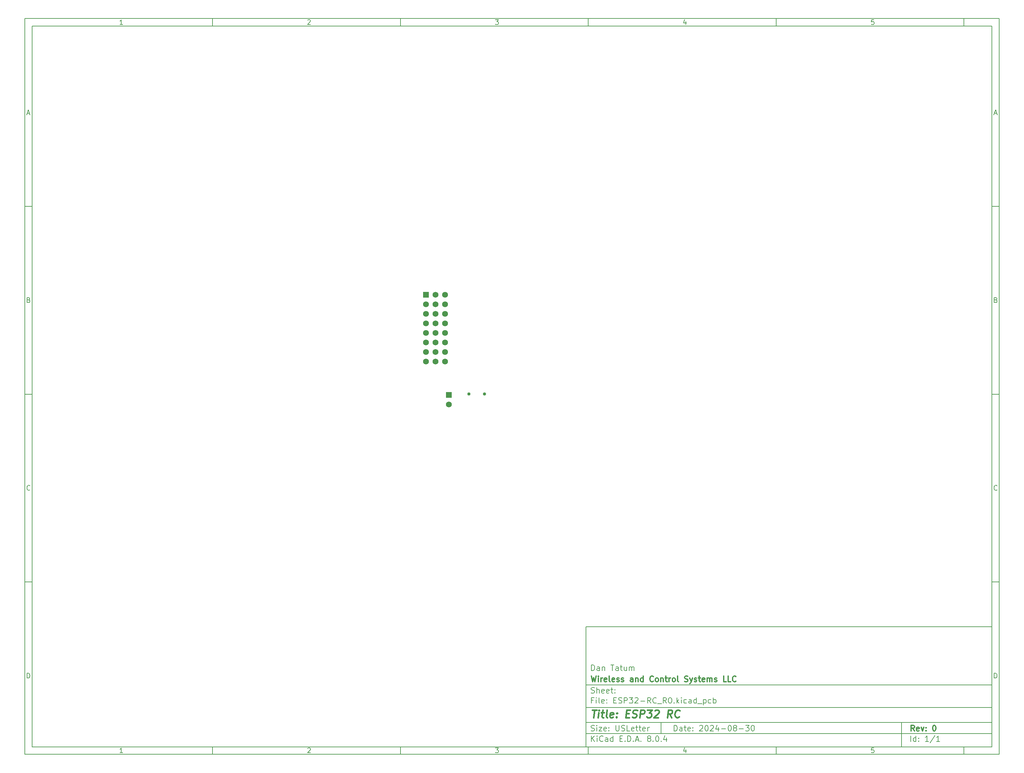
<source format=gbs>
%TF.GenerationSoftware,KiCad,Pcbnew,8.0.4*%
%TF.CreationDate,2024-09-05T11:58:49-04:00*%
%TF.ProjectId,ESP32-RC_R0,45535033-322d-4524-935f-52302e6b6963,0*%
%TF.SameCoordinates,PX6dbb4f0PY6d3f490*%
%TF.FileFunction,Soldermask,Bot*%
%TF.FilePolarity,Negative*%
%FSLAX46Y46*%
G04 Gerber Fmt 4.6, Leading zero omitted, Abs format (unit mm)*
G04 Created by KiCad (PCBNEW 8.0.4) date 2024-09-05 11:58:49*
%MOMM*%
%LPD*%
G01*
G04 APERTURE LIST*
G04 Aperture macros list*
%AMRoundRect*
0 Rectangle with rounded corners*
0 $1 Rounding radius*
0 $2 $3 $4 $5 $6 $7 $8 $9 X,Y pos of 4 corners*
0 Add a 4 corners polygon primitive as box body*
4,1,4,$2,$3,$4,$5,$6,$7,$8,$9,$2,$3,0*
0 Add four circle primitives for the rounded corners*
1,1,$1+$1,$2,$3*
1,1,$1+$1,$4,$5*
1,1,$1+$1,$6,$7*
1,1,$1+$1,$8,$9*
0 Add four rect primitives between the rounded corners*
20,1,$1+$1,$2,$3,$4,$5,0*
20,1,$1+$1,$4,$5,$6,$7,0*
20,1,$1+$1,$6,$7,$8,$9,0*
20,1,$1+$1,$8,$9,$2,$3,0*%
G04 Aperture macros list end*
%ADD10C,0.100000*%
%ADD11C,0.150000*%
%ADD12C,0.300000*%
%ADD13C,0.400000*%
%ADD14RoundRect,0.102000X-0.685000X0.685000X-0.685000X-0.685000X0.685000X-0.685000X0.685000X0.685000X0*%
%ADD15C,1.574000*%
%ADD16C,0.852400*%
G04 APERTURE END LIST*
D10*
D11*
X44338000Y-57346000D02*
X152338000Y-57346000D01*
X152338000Y-89346000D01*
X44338000Y-89346000D01*
X44338000Y-57346000D01*
D10*
D11*
X-105062000Y104554000D02*
X154338000Y104554000D01*
X154338000Y-91346000D01*
X-105062000Y-91346000D01*
X-105062000Y104554000D01*
D10*
D11*
X-103062000Y102554000D02*
X152338000Y102554000D01*
X152338000Y-89346000D01*
X-103062000Y-89346000D01*
X-103062000Y102554000D01*
D10*
D11*
X-55062000Y102554000D02*
X-55062000Y104554000D01*
D10*
D11*
X-5062000Y102554000D02*
X-5062000Y104554000D01*
D10*
D11*
X44938000Y102554000D02*
X44938000Y104554000D01*
D10*
D11*
X94938000Y102554000D02*
X94938000Y104554000D01*
D10*
D11*
X144938000Y102554000D02*
X144938000Y104554000D01*
D10*
D11*
X-78972840Y102960396D02*
X-79715697Y102960396D01*
X-79344269Y102960396D02*
X-79344269Y104260396D01*
X-79344269Y104260396D02*
X-79468078Y104074681D01*
X-79468078Y104074681D02*
X-79591888Y103950872D01*
X-79591888Y103950872D02*
X-79715697Y103888967D01*
D10*
D11*
X-29715697Y104136586D02*
X-29653793Y104198491D01*
X-29653793Y104198491D02*
X-29529983Y104260396D01*
X-29529983Y104260396D02*
X-29220459Y104260396D01*
X-29220459Y104260396D02*
X-29096650Y104198491D01*
X-29096650Y104198491D02*
X-29034745Y104136586D01*
X-29034745Y104136586D02*
X-28972840Y104012777D01*
X-28972840Y104012777D02*
X-28972840Y103888967D01*
X-28972840Y103888967D02*
X-29034745Y103703253D01*
X-29034745Y103703253D02*
X-29777602Y102960396D01*
X-29777602Y102960396D02*
X-28972840Y102960396D01*
D10*
D11*
X20222398Y104260396D02*
X21027160Y104260396D01*
X21027160Y104260396D02*
X20593826Y103765158D01*
X20593826Y103765158D02*
X20779541Y103765158D01*
X20779541Y103765158D02*
X20903350Y103703253D01*
X20903350Y103703253D02*
X20965255Y103641348D01*
X20965255Y103641348D02*
X21027160Y103517539D01*
X21027160Y103517539D02*
X21027160Y103208015D01*
X21027160Y103208015D02*
X20965255Y103084205D01*
X20965255Y103084205D02*
X20903350Y103022300D01*
X20903350Y103022300D02*
X20779541Y102960396D01*
X20779541Y102960396D02*
X20408112Y102960396D01*
X20408112Y102960396D02*
X20284303Y103022300D01*
X20284303Y103022300D02*
X20222398Y103084205D01*
D10*
D11*
X70903350Y103827062D02*
X70903350Y102960396D01*
X70593826Y104322300D02*
X70284303Y103393729D01*
X70284303Y103393729D02*
X71089064Y103393729D01*
D10*
D11*
X120965255Y104260396D02*
X120346207Y104260396D01*
X120346207Y104260396D02*
X120284303Y103641348D01*
X120284303Y103641348D02*
X120346207Y103703253D01*
X120346207Y103703253D02*
X120470017Y103765158D01*
X120470017Y103765158D02*
X120779541Y103765158D01*
X120779541Y103765158D02*
X120903350Y103703253D01*
X120903350Y103703253D02*
X120965255Y103641348D01*
X120965255Y103641348D02*
X121027160Y103517539D01*
X121027160Y103517539D02*
X121027160Y103208015D01*
X121027160Y103208015D02*
X120965255Y103084205D01*
X120965255Y103084205D02*
X120903350Y103022300D01*
X120903350Y103022300D02*
X120779541Y102960396D01*
X120779541Y102960396D02*
X120470017Y102960396D01*
X120470017Y102960396D02*
X120346207Y103022300D01*
X120346207Y103022300D02*
X120284303Y103084205D01*
D10*
D11*
X-55062000Y-89346000D02*
X-55062000Y-91346000D01*
D10*
D11*
X-5062000Y-89346000D02*
X-5062000Y-91346000D01*
D10*
D11*
X44938000Y-89346000D02*
X44938000Y-91346000D01*
D10*
D11*
X94938000Y-89346000D02*
X94938000Y-91346000D01*
D10*
D11*
X144938000Y-89346000D02*
X144938000Y-91346000D01*
D10*
D11*
X-78972840Y-90939604D02*
X-79715697Y-90939604D01*
X-79344269Y-90939604D02*
X-79344269Y-89639604D01*
X-79344269Y-89639604D02*
X-79468078Y-89825319D01*
X-79468078Y-89825319D02*
X-79591888Y-89949128D01*
X-79591888Y-89949128D02*
X-79715697Y-90011033D01*
D10*
D11*
X-29715697Y-89763414D02*
X-29653793Y-89701509D01*
X-29653793Y-89701509D02*
X-29529983Y-89639604D01*
X-29529983Y-89639604D02*
X-29220459Y-89639604D01*
X-29220459Y-89639604D02*
X-29096650Y-89701509D01*
X-29096650Y-89701509D02*
X-29034745Y-89763414D01*
X-29034745Y-89763414D02*
X-28972840Y-89887223D01*
X-28972840Y-89887223D02*
X-28972840Y-90011033D01*
X-28972840Y-90011033D02*
X-29034745Y-90196747D01*
X-29034745Y-90196747D02*
X-29777602Y-90939604D01*
X-29777602Y-90939604D02*
X-28972840Y-90939604D01*
D10*
D11*
X20222398Y-89639604D02*
X21027160Y-89639604D01*
X21027160Y-89639604D02*
X20593826Y-90134842D01*
X20593826Y-90134842D02*
X20779541Y-90134842D01*
X20779541Y-90134842D02*
X20903350Y-90196747D01*
X20903350Y-90196747D02*
X20965255Y-90258652D01*
X20965255Y-90258652D02*
X21027160Y-90382461D01*
X21027160Y-90382461D02*
X21027160Y-90691985D01*
X21027160Y-90691985D02*
X20965255Y-90815795D01*
X20965255Y-90815795D02*
X20903350Y-90877700D01*
X20903350Y-90877700D02*
X20779541Y-90939604D01*
X20779541Y-90939604D02*
X20408112Y-90939604D01*
X20408112Y-90939604D02*
X20284303Y-90877700D01*
X20284303Y-90877700D02*
X20222398Y-90815795D01*
D10*
D11*
X70903350Y-90072938D02*
X70903350Y-90939604D01*
X70593826Y-89577700D02*
X70284303Y-90506271D01*
X70284303Y-90506271D02*
X71089064Y-90506271D01*
D10*
D11*
X120965255Y-89639604D02*
X120346207Y-89639604D01*
X120346207Y-89639604D02*
X120284303Y-90258652D01*
X120284303Y-90258652D02*
X120346207Y-90196747D01*
X120346207Y-90196747D02*
X120470017Y-90134842D01*
X120470017Y-90134842D02*
X120779541Y-90134842D01*
X120779541Y-90134842D02*
X120903350Y-90196747D01*
X120903350Y-90196747D02*
X120965255Y-90258652D01*
X120965255Y-90258652D02*
X121027160Y-90382461D01*
X121027160Y-90382461D02*
X121027160Y-90691985D01*
X121027160Y-90691985D02*
X120965255Y-90815795D01*
X120965255Y-90815795D02*
X120903350Y-90877700D01*
X120903350Y-90877700D02*
X120779541Y-90939604D01*
X120779541Y-90939604D02*
X120470017Y-90939604D01*
X120470017Y-90939604D02*
X120346207Y-90877700D01*
X120346207Y-90877700D02*
X120284303Y-90815795D01*
D10*
D11*
X-105062000Y54554000D02*
X-103062000Y54554000D01*
D10*
D11*
X-105062000Y4554000D02*
X-103062000Y4554000D01*
D10*
D11*
X-105062000Y-45446000D02*
X-103062000Y-45446000D01*
D10*
D11*
X-104371524Y79331824D02*
X-103752477Y79331824D01*
X-104495334Y78960396D02*
X-104062001Y80260396D01*
X-104062001Y80260396D02*
X-103628667Y78960396D01*
D10*
D11*
X-103969143Y29641348D02*
X-103783429Y29579443D01*
X-103783429Y29579443D02*
X-103721524Y29517539D01*
X-103721524Y29517539D02*
X-103659620Y29393729D01*
X-103659620Y29393729D02*
X-103659620Y29208015D01*
X-103659620Y29208015D02*
X-103721524Y29084205D01*
X-103721524Y29084205D02*
X-103783429Y29022300D01*
X-103783429Y29022300D02*
X-103907239Y28960396D01*
X-103907239Y28960396D02*
X-104402477Y28960396D01*
X-104402477Y28960396D02*
X-104402477Y30260396D01*
X-104402477Y30260396D02*
X-103969143Y30260396D01*
X-103969143Y30260396D02*
X-103845334Y30198491D01*
X-103845334Y30198491D02*
X-103783429Y30136586D01*
X-103783429Y30136586D02*
X-103721524Y30012777D01*
X-103721524Y30012777D02*
X-103721524Y29888967D01*
X-103721524Y29888967D02*
X-103783429Y29765158D01*
X-103783429Y29765158D02*
X-103845334Y29703253D01*
X-103845334Y29703253D02*
X-103969143Y29641348D01*
X-103969143Y29641348D02*
X-104402477Y29641348D01*
D10*
D11*
X-103659620Y-20915795D02*
X-103721524Y-20977700D01*
X-103721524Y-20977700D02*
X-103907239Y-21039604D01*
X-103907239Y-21039604D02*
X-104031048Y-21039604D01*
X-104031048Y-21039604D02*
X-104216762Y-20977700D01*
X-104216762Y-20977700D02*
X-104340572Y-20853890D01*
X-104340572Y-20853890D02*
X-104402477Y-20730080D01*
X-104402477Y-20730080D02*
X-104464381Y-20482461D01*
X-104464381Y-20482461D02*
X-104464381Y-20296747D01*
X-104464381Y-20296747D02*
X-104402477Y-20049128D01*
X-104402477Y-20049128D02*
X-104340572Y-19925319D01*
X-104340572Y-19925319D02*
X-104216762Y-19801509D01*
X-104216762Y-19801509D02*
X-104031048Y-19739604D01*
X-104031048Y-19739604D02*
X-103907239Y-19739604D01*
X-103907239Y-19739604D02*
X-103721524Y-19801509D01*
X-103721524Y-19801509D02*
X-103659620Y-19863414D01*
D10*
D11*
X-104402477Y-71039604D02*
X-104402477Y-69739604D01*
X-104402477Y-69739604D02*
X-104092953Y-69739604D01*
X-104092953Y-69739604D02*
X-103907239Y-69801509D01*
X-103907239Y-69801509D02*
X-103783429Y-69925319D01*
X-103783429Y-69925319D02*
X-103721524Y-70049128D01*
X-103721524Y-70049128D02*
X-103659620Y-70296747D01*
X-103659620Y-70296747D02*
X-103659620Y-70482461D01*
X-103659620Y-70482461D02*
X-103721524Y-70730080D01*
X-103721524Y-70730080D02*
X-103783429Y-70853890D01*
X-103783429Y-70853890D02*
X-103907239Y-70977700D01*
X-103907239Y-70977700D02*
X-104092953Y-71039604D01*
X-104092953Y-71039604D02*
X-104402477Y-71039604D01*
D10*
D11*
X154338000Y54554000D02*
X152338000Y54554000D01*
D10*
D11*
X154338000Y4554000D02*
X152338000Y4554000D01*
D10*
D11*
X154338000Y-45446000D02*
X152338000Y-45446000D01*
D10*
D11*
X153028476Y79331824D02*
X153647523Y79331824D01*
X152904666Y78960396D02*
X153337999Y80260396D01*
X153337999Y80260396D02*
X153771333Y78960396D01*
D10*
D11*
X153430857Y29641348D02*
X153616571Y29579443D01*
X153616571Y29579443D02*
X153678476Y29517539D01*
X153678476Y29517539D02*
X153740380Y29393729D01*
X153740380Y29393729D02*
X153740380Y29208015D01*
X153740380Y29208015D02*
X153678476Y29084205D01*
X153678476Y29084205D02*
X153616571Y29022300D01*
X153616571Y29022300D02*
X153492761Y28960396D01*
X153492761Y28960396D02*
X152997523Y28960396D01*
X152997523Y28960396D02*
X152997523Y30260396D01*
X152997523Y30260396D02*
X153430857Y30260396D01*
X153430857Y30260396D02*
X153554666Y30198491D01*
X153554666Y30198491D02*
X153616571Y30136586D01*
X153616571Y30136586D02*
X153678476Y30012777D01*
X153678476Y30012777D02*
X153678476Y29888967D01*
X153678476Y29888967D02*
X153616571Y29765158D01*
X153616571Y29765158D02*
X153554666Y29703253D01*
X153554666Y29703253D02*
X153430857Y29641348D01*
X153430857Y29641348D02*
X152997523Y29641348D01*
D10*
D11*
X153740380Y-20915795D02*
X153678476Y-20977700D01*
X153678476Y-20977700D02*
X153492761Y-21039604D01*
X153492761Y-21039604D02*
X153368952Y-21039604D01*
X153368952Y-21039604D02*
X153183238Y-20977700D01*
X153183238Y-20977700D02*
X153059428Y-20853890D01*
X153059428Y-20853890D02*
X152997523Y-20730080D01*
X152997523Y-20730080D02*
X152935619Y-20482461D01*
X152935619Y-20482461D02*
X152935619Y-20296747D01*
X152935619Y-20296747D02*
X152997523Y-20049128D01*
X152997523Y-20049128D02*
X153059428Y-19925319D01*
X153059428Y-19925319D02*
X153183238Y-19801509D01*
X153183238Y-19801509D02*
X153368952Y-19739604D01*
X153368952Y-19739604D02*
X153492761Y-19739604D01*
X153492761Y-19739604D02*
X153678476Y-19801509D01*
X153678476Y-19801509D02*
X153740380Y-19863414D01*
D10*
D11*
X152997523Y-71039604D02*
X152997523Y-69739604D01*
X152997523Y-69739604D02*
X153307047Y-69739604D01*
X153307047Y-69739604D02*
X153492761Y-69801509D01*
X153492761Y-69801509D02*
X153616571Y-69925319D01*
X153616571Y-69925319D02*
X153678476Y-70049128D01*
X153678476Y-70049128D02*
X153740380Y-70296747D01*
X153740380Y-70296747D02*
X153740380Y-70482461D01*
X153740380Y-70482461D02*
X153678476Y-70730080D01*
X153678476Y-70730080D02*
X153616571Y-70853890D01*
X153616571Y-70853890D02*
X153492761Y-70977700D01*
X153492761Y-70977700D02*
X153307047Y-71039604D01*
X153307047Y-71039604D02*
X152997523Y-71039604D01*
D10*
D11*
X67793826Y-85132128D02*
X67793826Y-83632128D01*
X67793826Y-83632128D02*
X68150969Y-83632128D01*
X68150969Y-83632128D02*
X68365255Y-83703557D01*
X68365255Y-83703557D02*
X68508112Y-83846414D01*
X68508112Y-83846414D02*
X68579541Y-83989271D01*
X68579541Y-83989271D02*
X68650969Y-84274985D01*
X68650969Y-84274985D02*
X68650969Y-84489271D01*
X68650969Y-84489271D02*
X68579541Y-84774985D01*
X68579541Y-84774985D02*
X68508112Y-84917842D01*
X68508112Y-84917842D02*
X68365255Y-85060700D01*
X68365255Y-85060700D02*
X68150969Y-85132128D01*
X68150969Y-85132128D02*
X67793826Y-85132128D01*
X69936684Y-85132128D02*
X69936684Y-84346414D01*
X69936684Y-84346414D02*
X69865255Y-84203557D01*
X69865255Y-84203557D02*
X69722398Y-84132128D01*
X69722398Y-84132128D02*
X69436684Y-84132128D01*
X69436684Y-84132128D02*
X69293826Y-84203557D01*
X69936684Y-85060700D02*
X69793826Y-85132128D01*
X69793826Y-85132128D02*
X69436684Y-85132128D01*
X69436684Y-85132128D02*
X69293826Y-85060700D01*
X69293826Y-85060700D02*
X69222398Y-84917842D01*
X69222398Y-84917842D02*
X69222398Y-84774985D01*
X69222398Y-84774985D02*
X69293826Y-84632128D01*
X69293826Y-84632128D02*
X69436684Y-84560700D01*
X69436684Y-84560700D02*
X69793826Y-84560700D01*
X69793826Y-84560700D02*
X69936684Y-84489271D01*
X70436684Y-84132128D02*
X71008112Y-84132128D01*
X70650969Y-83632128D02*
X70650969Y-84917842D01*
X70650969Y-84917842D02*
X70722398Y-85060700D01*
X70722398Y-85060700D02*
X70865255Y-85132128D01*
X70865255Y-85132128D02*
X71008112Y-85132128D01*
X72079541Y-85060700D02*
X71936684Y-85132128D01*
X71936684Y-85132128D02*
X71650970Y-85132128D01*
X71650970Y-85132128D02*
X71508112Y-85060700D01*
X71508112Y-85060700D02*
X71436684Y-84917842D01*
X71436684Y-84917842D02*
X71436684Y-84346414D01*
X71436684Y-84346414D02*
X71508112Y-84203557D01*
X71508112Y-84203557D02*
X71650970Y-84132128D01*
X71650970Y-84132128D02*
X71936684Y-84132128D01*
X71936684Y-84132128D02*
X72079541Y-84203557D01*
X72079541Y-84203557D02*
X72150970Y-84346414D01*
X72150970Y-84346414D02*
X72150970Y-84489271D01*
X72150970Y-84489271D02*
X71436684Y-84632128D01*
X72793826Y-84989271D02*
X72865255Y-85060700D01*
X72865255Y-85060700D02*
X72793826Y-85132128D01*
X72793826Y-85132128D02*
X72722398Y-85060700D01*
X72722398Y-85060700D02*
X72793826Y-84989271D01*
X72793826Y-84989271D02*
X72793826Y-85132128D01*
X72793826Y-84203557D02*
X72865255Y-84274985D01*
X72865255Y-84274985D02*
X72793826Y-84346414D01*
X72793826Y-84346414D02*
X72722398Y-84274985D01*
X72722398Y-84274985D02*
X72793826Y-84203557D01*
X72793826Y-84203557D02*
X72793826Y-84346414D01*
X74579541Y-83774985D02*
X74650969Y-83703557D01*
X74650969Y-83703557D02*
X74793827Y-83632128D01*
X74793827Y-83632128D02*
X75150969Y-83632128D01*
X75150969Y-83632128D02*
X75293827Y-83703557D01*
X75293827Y-83703557D02*
X75365255Y-83774985D01*
X75365255Y-83774985D02*
X75436684Y-83917842D01*
X75436684Y-83917842D02*
X75436684Y-84060700D01*
X75436684Y-84060700D02*
X75365255Y-84274985D01*
X75365255Y-84274985D02*
X74508112Y-85132128D01*
X74508112Y-85132128D02*
X75436684Y-85132128D01*
X76365255Y-83632128D02*
X76508112Y-83632128D01*
X76508112Y-83632128D02*
X76650969Y-83703557D01*
X76650969Y-83703557D02*
X76722398Y-83774985D01*
X76722398Y-83774985D02*
X76793826Y-83917842D01*
X76793826Y-83917842D02*
X76865255Y-84203557D01*
X76865255Y-84203557D02*
X76865255Y-84560700D01*
X76865255Y-84560700D02*
X76793826Y-84846414D01*
X76793826Y-84846414D02*
X76722398Y-84989271D01*
X76722398Y-84989271D02*
X76650969Y-85060700D01*
X76650969Y-85060700D02*
X76508112Y-85132128D01*
X76508112Y-85132128D02*
X76365255Y-85132128D01*
X76365255Y-85132128D02*
X76222398Y-85060700D01*
X76222398Y-85060700D02*
X76150969Y-84989271D01*
X76150969Y-84989271D02*
X76079540Y-84846414D01*
X76079540Y-84846414D02*
X76008112Y-84560700D01*
X76008112Y-84560700D02*
X76008112Y-84203557D01*
X76008112Y-84203557D02*
X76079540Y-83917842D01*
X76079540Y-83917842D02*
X76150969Y-83774985D01*
X76150969Y-83774985D02*
X76222398Y-83703557D01*
X76222398Y-83703557D02*
X76365255Y-83632128D01*
X77436683Y-83774985D02*
X77508111Y-83703557D01*
X77508111Y-83703557D02*
X77650969Y-83632128D01*
X77650969Y-83632128D02*
X78008111Y-83632128D01*
X78008111Y-83632128D02*
X78150969Y-83703557D01*
X78150969Y-83703557D02*
X78222397Y-83774985D01*
X78222397Y-83774985D02*
X78293826Y-83917842D01*
X78293826Y-83917842D02*
X78293826Y-84060700D01*
X78293826Y-84060700D02*
X78222397Y-84274985D01*
X78222397Y-84274985D02*
X77365254Y-85132128D01*
X77365254Y-85132128D02*
X78293826Y-85132128D01*
X79579540Y-84132128D02*
X79579540Y-85132128D01*
X79222397Y-83560700D02*
X78865254Y-84632128D01*
X78865254Y-84632128D02*
X79793825Y-84632128D01*
X80365253Y-84560700D02*
X81508111Y-84560700D01*
X82508111Y-83632128D02*
X82650968Y-83632128D01*
X82650968Y-83632128D02*
X82793825Y-83703557D01*
X82793825Y-83703557D02*
X82865254Y-83774985D01*
X82865254Y-83774985D02*
X82936682Y-83917842D01*
X82936682Y-83917842D02*
X83008111Y-84203557D01*
X83008111Y-84203557D02*
X83008111Y-84560700D01*
X83008111Y-84560700D02*
X82936682Y-84846414D01*
X82936682Y-84846414D02*
X82865254Y-84989271D01*
X82865254Y-84989271D02*
X82793825Y-85060700D01*
X82793825Y-85060700D02*
X82650968Y-85132128D01*
X82650968Y-85132128D02*
X82508111Y-85132128D01*
X82508111Y-85132128D02*
X82365254Y-85060700D01*
X82365254Y-85060700D02*
X82293825Y-84989271D01*
X82293825Y-84989271D02*
X82222396Y-84846414D01*
X82222396Y-84846414D02*
X82150968Y-84560700D01*
X82150968Y-84560700D02*
X82150968Y-84203557D01*
X82150968Y-84203557D02*
X82222396Y-83917842D01*
X82222396Y-83917842D02*
X82293825Y-83774985D01*
X82293825Y-83774985D02*
X82365254Y-83703557D01*
X82365254Y-83703557D02*
X82508111Y-83632128D01*
X83865253Y-84274985D02*
X83722396Y-84203557D01*
X83722396Y-84203557D02*
X83650967Y-84132128D01*
X83650967Y-84132128D02*
X83579539Y-83989271D01*
X83579539Y-83989271D02*
X83579539Y-83917842D01*
X83579539Y-83917842D02*
X83650967Y-83774985D01*
X83650967Y-83774985D02*
X83722396Y-83703557D01*
X83722396Y-83703557D02*
X83865253Y-83632128D01*
X83865253Y-83632128D02*
X84150967Y-83632128D01*
X84150967Y-83632128D02*
X84293825Y-83703557D01*
X84293825Y-83703557D02*
X84365253Y-83774985D01*
X84365253Y-83774985D02*
X84436682Y-83917842D01*
X84436682Y-83917842D02*
X84436682Y-83989271D01*
X84436682Y-83989271D02*
X84365253Y-84132128D01*
X84365253Y-84132128D02*
X84293825Y-84203557D01*
X84293825Y-84203557D02*
X84150967Y-84274985D01*
X84150967Y-84274985D02*
X83865253Y-84274985D01*
X83865253Y-84274985D02*
X83722396Y-84346414D01*
X83722396Y-84346414D02*
X83650967Y-84417842D01*
X83650967Y-84417842D02*
X83579539Y-84560700D01*
X83579539Y-84560700D02*
X83579539Y-84846414D01*
X83579539Y-84846414D02*
X83650967Y-84989271D01*
X83650967Y-84989271D02*
X83722396Y-85060700D01*
X83722396Y-85060700D02*
X83865253Y-85132128D01*
X83865253Y-85132128D02*
X84150967Y-85132128D01*
X84150967Y-85132128D02*
X84293825Y-85060700D01*
X84293825Y-85060700D02*
X84365253Y-84989271D01*
X84365253Y-84989271D02*
X84436682Y-84846414D01*
X84436682Y-84846414D02*
X84436682Y-84560700D01*
X84436682Y-84560700D02*
X84365253Y-84417842D01*
X84365253Y-84417842D02*
X84293825Y-84346414D01*
X84293825Y-84346414D02*
X84150967Y-84274985D01*
X85079538Y-84560700D02*
X86222396Y-84560700D01*
X86793824Y-83632128D02*
X87722396Y-83632128D01*
X87722396Y-83632128D02*
X87222396Y-84203557D01*
X87222396Y-84203557D02*
X87436681Y-84203557D01*
X87436681Y-84203557D02*
X87579539Y-84274985D01*
X87579539Y-84274985D02*
X87650967Y-84346414D01*
X87650967Y-84346414D02*
X87722396Y-84489271D01*
X87722396Y-84489271D02*
X87722396Y-84846414D01*
X87722396Y-84846414D02*
X87650967Y-84989271D01*
X87650967Y-84989271D02*
X87579539Y-85060700D01*
X87579539Y-85060700D02*
X87436681Y-85132128D01*
X87436681Y-85132128D02*
X87008110Y-85132128D01*
X87008110Y-85132128D02*
X86865253Y-85060700D01*
X86865253Y-85060700D02*
X86793824Y-84989271D01*
X88650967Y-83632128D02*
X88793824Y-83632128D01*
X88793824Y-83632128D02*
X88936681Y-83703557D01*
X88936681Y-83703557D02*
X89008110Y-83774985D01*
X89008110Y-83774985D02*
X89079538Y-83917842D01*
X89079538Y-83917842D02*
X89150967Y-84203557D01*
X89150967Y-84203557D02*
X89150967Y-84560700D01*
X89150967Y-84560700D02*
X89079538Y-84846414D01*
X89079538Y-84846414D02*
X89008110Y-84989271D01*
X89008110Y-84989271D02*
X88936681Y-85060700D01*
X88936681Y-85060700D02*
X88793824Y-85132128D01*
X88793824Y-85132128D02*
X88650967Y-85132128D01*
X88650967Y-85132128D02*
X88508110Y-85060700D01*
X88508110Y-85060700D02*
X88436681Y-84989271D01*
X88436681Y-84989271D02*
X88365252Y-84846414D01*
X88365252Y-84846414D02*
X88293824Y-84560700D01*
X88293824Y-84560700D02*
X88293824Y-84203557D01*
X88293824Y-84203557D02*
X88365252Y-83917842D01*
X88365252Y-83917842D02*
X88436681Y-83774985D01*
X88436681Y-83774985D02*
X88508110Y-83703557D01*
X88508110Y-83703557D02*
X88650967Y-83632128D01*
D10*
D11*
X44338000Y-85846000D02*
X152338000Y-85846000D01*
D10*
D11*
X45793826Y-87932128D02*
X45793826Y-86432128D01*
X46650969Y-87932128D02*
X46008112Y-87074985D01*
X46650969Y-86432128D02*
X45793826Y-87289271D01*
X47293826Y-87932128D02*
X47293826Y-86932128D01*
X47293826Y-86432128D02*
X47222398Y-86503557D01*
X47222398Y-86503557D02*
X47293826Y-86574985D01*
X47293826Y-86574985D02*
X47365255Y-86503557D01*
X47365255Y-86503557D02*
X47293826Y-86432128D01*
X47293826Y-86432128D02*
X47293826Y-86574985D01*
X48865255Y-87789271D02*
X48793827Y-87860700D01*
X48793827Y-87860700D02*
X48579541Y-87932128D01*
X48579541Y-87932128D02*
X48436684Y-87932128D01*
X48436684Y-87932128D02*
X48222398Y-87860700D01*
X48222398Y-87860700D02*
X48079541Y-87717842D01*
X48079541Y-87717842D02*
X48008112Y-87574985D01*
X48008112Y-87574985D02*
X47936684Y-87289271D01*
X47936684Y-87289271D02*
X47936684Y-87074985D01*
X47936684Y-87074985D02*
X48008112Y-86789271D01*
X48008112Y-86789271D02*
X48079541Y-86646414D01*
X48079541Y-86646414D02*
X48222398Y-86503557D01*
X48222398Y-86503557D02*
X48436684Y-86432128D01*
X48436684Y-86432128D02*
X48579541Y-86432128D01*
X48579541Y-86432128D02*
X48793827Y-86503557D01*
X48793827Y-86503557D02*
X48865255Y-86574985D01*
X50150970Y-87932128D02*
X50150970Y-87146414D01*
X50150970Y-87146414D02*
X50079541Y-87003557D01*
X50079541Y-87003557D02*
X49936684Y-86932128D01*
X49936684Y-86932128D02*
X49650970Y-86932128D01*
X49650970Y-86932128D02*
X49508112Y-87003557D01*
X50150970Y-87860700D02*
X50008112Y-87932128D01*
X50008112Y-87932128D02*
X49650970Y-87932128D01*
X49650970Y-87932128D02*
X49508112Y-87860700D01*
X49508112Y-87860700D02*
X49436684Y-87717842D01*
X49436684Y-87717842D02*
X49436684Y-87574985D01*
X49436684Y-87574985D02*
X49508112Y-87432128D01*
X49508112Y-87432128D02*
X49650970Y-87360700D01*
X49650970Y-87360700D02*
X50008112Y-87360700D01*
X50008112Y-87360700D02*
X50150970Y-87289271D01*
X51508113Y-87932128D02*
X51508113Y-86432128D01*
X51508113Y-87860700D02*
X51365255Y-87932128D01*
X51365255Y-87932128D02*
X51079541Y-87932128D01*
X51079541Y-87932128D02*
X50936684Y-87860700D01*
X50936684Y-87860700D02*
X50865255Y-87789271D01*
X50865255Y-87789271D02*
X50793827Y-87646414D01*
X50793827Y-87646414D02*
X50793827Y-87217842D01*
X50793827Y-87217842D02*
X50865255Y-87074985D01*
X50865255Y-87074985D02*
X50936684Y-87003557D01*
X50936684Y-87003557D02*
X51079541Y-86932128D01*
X51079541Y-86932128D02*
X51365255Y-86932128D01*
X51365255Y-86932128D02*
X51508113Y-87003557D01*
X53365255Y-87146414D02*
X53865255Y-87146414D01*
X54079541Y-87932128D02*
X53365255Y-87932128D01*
X53365255Y-87932128D02*
X53365255Y-86432128D01*
X53365255Y-86432128D02*
X54079541Y-86432128D01*
X54722398Y-87789271D02*
X54793827Y-87860700D01*
X54793827Y-87860700D02*
X54722398Y-87932128D01*
X54722398Y-87932128D02*
X54650970Y-87860700D01*
X54650970Y-87860700D02*
X54722398Y-87789271D01*
X54722398Y-87789271D02*
X54722398Y-87932128D01*
X55436684Y-87932128D02*
X55436684Y-86432128D01*
X55436684Y-86432128D02*
X55793827Y-86432128D01*
X55793827Y-86432128D02*
X56008113Y-86503557D01*
X56008113Y-86503557D02*
X56150970Y-86646414D01*
X56150970Y-86646414D02*
X56222399Y-86789271D01*
X56222399Y-86789271D02*
X56293827Y-87074985D01*
X56293827Y-87074985D02*
X56293827Y-87289271D01*
X56293827Y-87289271D02*
X56222399Y-87574985D01*
X56222399Y-87574985D02*
X56150970Y-87717842D01*
X56150970Y-87717842D02*
X56008113Y-87860700D01*
X56008113Y-87860700D02*
X55793827Y-87932128D01*
X55793827Y-87932128D02*
X55436684Y-87932128D01*
X56936684Y-87789271D02*
X57008113Y-87860700D01*
X57008113Y-87860700D02*
X56936684Y-87932128D01*
X56936684Y-87932128D02*
X56865256Y-87860700D01*
X56865256Y-87860700D02*
X56936684Y-87789271D01*
X56936684Y-87789271D02*
X56936684Y-87932128D01*
X57579542Y-87503557D02*
X58293828Y-87503557D01*
X57436685Y-87932128D02*
X57936685Y-86432128D01*
X57936685Y-86432128D02*
X58436685Y-87932128D01*
X58936684Y-87789271D02*
X59008113Y-87860700D01*
X59008113Y-87860700D02*
X58936684Y-87932128D01*
X58936684Y-87932128D02*
X58865256Y-87860700D01*
X58865256Y-87860700D02*
X58936684Y-87789271D01*
X58936684Y-87789271D02*
X58936684Y-87932128D01*
X61008113Y-87074985D02*
X60865256Y-87003557D01*
X60865256Y-87003557D02*
X60793827Y-86932128D01*
X60793827Y-86932128D02*
X60722399Y-86789271D01*
X60722399Y-86789271D02*
X60722399Y-86717842D01*
X60722399Y-86717842D02*
X60793827Y-86574985D01*
X60793827Y-86574985D02*
X60865256Y-86503557D01*
X60865256Y-86503557D02*
X61008113Y-86432128D01*
X61008113Y-86432128D02*
X61293827Y-86432128D01*
X61293827Y-86432128D02*
X61436685Y-86503557D01*
X61436685Y-86503557D02*
X61508113Y-86574985D01*
X61508113Y-86574985D02*
X61579542Y-86717842D01*
X61579542Y-86717842D02*
X61579542Y-86789271D01*
X61579542Y-86789271D02*
X61508113Y-86932128D01*
X61508113Y-86932128D02*
X61436685Y-87003557D01*
X61436685Y-87003557D02*
X61293827Y-87074985D01*
X61293827Y-87074985D02*
X61008113Y-87074985D01*
X61008113Y-87074985D02*
X60865256Y-87146414D01*
X60865256Y-87146414D02*
X60793827Y-87217842D01*
X60793827Y-87217842D02*
X60722399Y-87360700D01*
X60722399Y-87360700D02*
X60722399Y-87646414D01*
X60722399Y-87646414D02*
X60793827Y-87789271D01*
X60793827Y-87789271D02*
X60865256Y-87860700D01*
X60865256Y-87860700D02*
X61008113Y-87932128D01*
X61008113Y-87932128D02*
X61293827Y-87932128D01*
X61293827Y-87932128D02*
X61436685Y-87860700D01*
X61436685Y-87860700D02*
X61508113Y-87789271D01*
X61508113Y-87789271D02*
X61579542Y-87646414D01*
X61579542Y-87646414D02*
X61579542Y-87360700D01*
X61579542Y-87360700D02*
X61508113Y-87217842D01*
X61508113Y-87217842D02*
X61436685Y-87146414D01*
X61436685Y-87146414D02*
X61293827Y-87074985D01*
X62222398Y-87789271D02*
X62293827Y-87860700D01*
X62293827Y-87860700D02*
X62222398Y-87932128D01*
X62222398Y-87932128D02*
X62150970Y-87860700D01*
X62150970Y-87860700D02*
X62222398Y-87789271D01*
X62222398Y-87789271D02*
X62222398Y-87932128D01*
X63222399Y-86432128D02*
X63365256Y-86432128D01*
X63365256Y-86432128D02*
X63508113Y-86503557D01*
X63508113Y-86503557D02*
X63579542Y-86574985D01*
X63579542Y-86574985D02*
X63650970Y-86717842D01*
X63650970Y-86717842D02*
X63722399Y-87003557D01*
X63722399Y-87003557D02*
X63722399Y-87360700D01*
X63722399Y-87360700D02*
X63650970Y-87646414D01*
X63650970Y-87646414D02*
X63579542Y-87789271D01*
X63579542Y-87789271D02*
X63508113Y-87860700D01*
X63508113Y-87860700D02*
X63365256Y-87932128D01*
X63365256Y-87932128D02*
X63222399Y-87932128D01*
X63222399Y-87932128D02*
X63079542Y-87860700D01*
X63079542Y-87860700D02*
X63008113Y-87789271D01*
X63008113Y-87789271D02*
X62936684Y-87646414D01*
X62936684Y-87646414D02*
X62865256Y-87360700D01*
X62865256Y-87360700D02*
X62865256Y-87003557D01*
X62865256Y-87003557D02*
X62936684Y-86717842D01*
X62936684Y-86717842D02*
X63008113Y-86574985D01*
X63008113Y-86574985D02*
X63079542Y-86503557D01*
X63079542Y-86503557D02*
X63222399Y-86432128D01*
X64365255Y-87789271D02*
X64436684Y-87860700D01*
X64436684Y-87860700D02*
X64365255Y-87932128D01*
X64365255Y-87932128D02*
X64293827Y-87860700D01*
X64293827Y-87860700D02*
X64365255Y-87789271D01*
X64365255Y-87789271D02*
X64365255Y-87932128D01*
X65722399Y-86932128D02*
X65722399Y-87932128D01*
X65365256Y-86360700D02*
X65008113Y-87432128D01*
X65008113Y-87432128D02*
X65936684Y-87432128D01*
D10*
D11*
X44338000Y-82846000D02*
X152338000Y-82846000D01*
D10*
D12*
X131749653Y-85124328D02*
X131249653Y-84410042D01*
X130892510Y-85124328D02*
X130892510Y-83624328D01*
X130892510Y-83624328D02*
X131463939Y-83624328D01*
X131463939Y-83624328D02*
X131606796Y-83695757D01*
X131606796Y-83695757D02*
X131678225Y-83767185D01*
X131678225Y-83767185D02*
X131749653Y-83910042D01*
X131749653Y-83910042D02*
X131749653Y-84124328D01*
X131749653Y-84124328D02*
X131678225Y-84267185D01*
X131678225Y-84267185D02*
X131606796Y-84338614D01*
X131606796Y-84338614D02*
X131463939Y-84410042D01*
X131463939Y-84410042D02*
X130892510Y-84410042D01*
X132963939Y-85052900D02*
X132821082Y-85124328D01*
X132821082Y-85124328D02*
X132535368Y-85124328D01*
X132535368Y-85124328D02*
X132392510Y-85052900D01*
X132392510Y-85052900D02*
X132321082Y-84910042D01*
X132321082Y-84910042D02*
X132321082Y-84338614D01*
X132321082Y-84338614D02*
X132392510Y-84195757D01*
X132392510Y-84195757D02*
X132535368Y-84124328D01*
X132535368Y-84124328D02*
X132821082Y-84124328D01*
X132821082Y-84124328D02*
X132963939Y-84195757D01*
X132963939Y-84195757D02*
X133035368Y-84338614D01*
X133035368Y-84338614D02*
X133035368Y-84481471D01*
X133035368Y-84481471D02*
X132321082Y-84624328D01*
X133535367Y-84124328D02*
X133892510Y-85124328D01*
X133892510Y-85124328D02*
X134249653Y-84124328D01*
X134821081Y-84981471D02*
X134892510Y-85052900D01*
X134892510Y-85052900D02*
X134821081Y-85124328D01*
X134821081Y-85124328D02*
X134749653Y-85052900D01*
X134749653Y-85052900D02*
X134821081Y-84981471D01*
X134821081Y-84981471D02*
X134821081Y-85124328D01*
X134821081Y-84195757D02*
X134892510Y-84267185D01*
X134892510Y-84267185D02*
X134821081Y-84338614D01*
X134821081Y-84338614D02*
X134749653Y-84267185D01*
X134749653Y-84267185D02*
X134821081Y-84195757D01*
X134821081Y-84195757D02*
X134821081Y-84338614D01*
X136963939Y-83624328D02*
X137106796Y-83624328D01*
X137106796Y-83624328D02*
X137249653Y-83695757D01*
X137249653Y-83695757D02*
X137321082Y-83767185D01*
X137321082Y-83767185D02*
X137392510Y-83910042D01*
X137392510Y-83910042D02*
X137463939Y-84195757D01*
X137463939Y-84195757D02*
X137463939Y-84552900D01*
X137463939Y-84552900D02*
X137392510Y-84838614D01*
X137392510Y-84838614D02*
X137321082Y-84981471D01*
X137321082Y-84981471D02*
X137249653Y-85052900D01*
X137249653Y-85052900D02*
X137106796Y-85124328D01*
X137106796Y-85124328D02*
X136963939Y-85124328D01*
X136963939Y-85124328D02*
X136821082Y-85052900D01*
X136821082Y-85052900D02*
X136749653Y-84981471D01*
X136749653Y-84981471D02*
X136678224Y-84838614D01*
X136678224Y-84838614D02*
X136606796Y-84552900D01*
X136606796Y-84552900D02*
X136606796Y-84195757D01*
X136606796Y-84195757D02*
X136678224Y-83910042D01*
X136678224Y-83910042D02*
X136749653Y-83767185D01*
X136749653Y-83767185D02*
X136821082Y-83695757D01*
X136821082Y-83695757D02*
X136963939Y-83624328D01*
D10*
D11*
X45722398Y-85060700D02*
X45936684Y-85132128D01*
X45936684Y-85132128D02*
X46293826Y-85132128D01*
X46293826Y-85132128D02*
X46436684Y-85060700D01*
X46436684Y-85060700D02*
X46508112Y-84989271D01*
X46508112Y-84989271D02*
X46579541Y-84846414D01*
X46579541Y-84846414D02*
X46579541Y-84703557D01*
X46579541Y-84703557D02*
X46508112Y-84560700D01*
X46508112Y-84560700D02*
X46436684Y-84489271D01*
X46436684Y-84489271D02*
X46293826Y-84417842D01*
X46293826Y-84417842D02*
X46008112Y-84346414D01*
X46008112Y-84346414D02*
X45865255Y-84274985D01*
X45865255Y-84274985D02*
X45793826Y-84203557D01*
X45793826Y-84203557D02*
X45722398Y-84060700D01*
X45722398Y-84060700D02*
X45722398Y-83917842D01*
X45722398Y-83917842D02*
X45793826Y-83774985D01*
X45793826Y-83774985D02*
X45865255Y-83703557D01*
X45865255Y-83703557D02*
X46008112Y-83632128D01*
X46008112Y-83632128D02*
X46365255Y-83632128D01*
X46365255Y-83632128D02*
X46579541Y-83703557D01*
X47222397Y-85132128D02*
X47222397Y-84132128D01*
X47222397Y-83632128D02*
X47150969Y-83703557D01*
X47150969Y-83703557D02*
X47222397Y-83774985D01*
X47222397Y-83774985D02*
X47293826Y-83703557D01*
X47293826Y-83703557D02*
X47222397Y-83632128D01*
X47222397Y-83632128D02*
X47222397Y-83774985D01*
X47793826Y-84132128D02*
X48579541Y-84132128D01*
X48579541Y-84132128D02*
X47793826Y-85132128D01*
X47793826Y-85132128D02*
X48579541Y-85132128D01*
X49722398Y-85060700D02*
X49579541Y-85132128D01*
X49579541Y-85132128D02*
X49293827Y-85132128D01*
X49293827Y-85132128D02*
X49150969Y-85060700D01*
X49150969Y-85060700D02*
X49079541Y-84917842D01*
X49079541Y-84917842D02*
X49079541Y-84346414D01*
X49079541Y-84346414D02*
X49150969Y-84203557D01*
X49150969Y-84203557D02*
X49293827Y-84132128D01*
X49293827Y-84132128D02*
X49579541Y-84132128D01*
X49579541Y-84132128D02*
X49722398Y-84203557D01*
X49722398Y-84203557D02*
X49793827Y-84346414D01*
X49793827Y-84346414D02*
X49793827Y-84489271D01*
X49793827Y-84489271D02*
X49079541Y-84632128D01*
X50436683Y-84989271D02*
X50508112Y-85060700D01*
X50508112Y-85060700D02*
X50436683Y-85132128D01*
X50436683Y-85132128D02*
X50365255Y-85060700D01*
X50365255Y-85060700D02*
X50436683Y-84989271D01*
X50436683Y-84989271D02*
X50436683Y-85132128D01*
X50436683Y-84203557D02*
X50508112Y-84274985D01*
X50508112Y-84274985D02*
X50436683Y-84346414D01*
X50436683Y-84346414D02*
X50365255Y-84274985D01*
X50365255Y-84274985D02*
X50436683Y-84203557D01*
X50436683Y-84203557D02*
X50436683Y-84346414D01*
X52293826Y-83632128D02*
X52293826Y-84846414D01*
X52293826Y-84846414D02*
X52365255Y-84989271D01*
X52365255Y-84989271D02*
X52436684Y-85060700D01*
X52436684Y-85060700D02*
X52579541Y-85132128D01*
X52579541Y-85132128D02*
X52865255Y-85132128D01*
X52865255Y-85132128D02*
X53008112Y-85060700D01*
X53008112Y-85060700D02*
X53079541Y-84989271D01*
X53079541Y-84989271D02*
X53150969Y-84846414D01*
X53150969Y-84846414D02*
X53150969Y-83632128D01*
X53793827Y-85060700D02*
X54008113Y-85132128D01*
X54008113Y-85132128D02*
X54365255Y-85132128D01*
X54365255Y-85132128D02*
X54508113Y-85060700D01*
X54508113Y-85060700D02*
X54579541Y-84989271D01*
X54579541Y-84989271D02*
X54650970Y-84846414D01*
X54650970Y-84846414D02*
X54650970Y-84703557D01*
X54650970Y-84703557D02*
X54579541Y-84560700D01*
X54579541Y-84560700D02*
X54508113Y-84489271D01*
X54508113Y-84489271D02*
X54365255Y-84417842D01*
X54365255Y-84417842D02*
X54079541Y-84346414D01*
X54079541Y-84346414D02*
X53936684Y-84274985D01*
X53936684Y-84274985D02*
X53865255Y-84203557D01*
X53865255Y-84203557D02*
X53793827Y-84060700D01*
X53793827Y-84060700D02*
X53793827Y-83917842D01*
X53793827Y-83917842D02*
X53865255Y-83774985D01*
X53865255Y-83774985D02*
X53936684Y-83703557D01*
X53936684Y-83703557D02*
X54079541Y-83632128D01*
X54079541Y-83632128D02*
X54436684Y-83632128D01*
X54436684Y-83632128D02*
X54650970Y-83703557D01*
X56008112Y-85132128D02*
X55293826Y-85132128D01*
X55293826Y-85132128D02*
X55293826Y-83632128D01*
X57079541Y-85060700D02*
X56936684Y-85132128D01*
X56936684Y-85132128D02*
X56650970Y-85132128D01*
X56650970Y-85132128D02*
X56508112Y-85060700D01*
X56508112Y-85060700D02*
X56436684Y-84917842D01*
X56436684Y-84917842D02*
X56436684Y-84346414D01*
X56436684Y-84346414D02*
X56508112Y-84203557D01*
X56508112Y-84203557D02*
X56650970Y-84132128D01*
X56650970Y-84132128D02*
X56936684Y-84132128D01*
X56936684Y-84132128D02*
X57079541Y-84203557D01*
X57079541Y-84203557D02*
X57150970Y-84346414D01*
X57150970Y-84346414D02*
X57150970Y-84489271D01*
X57150970Y-84489271D02*
X56436684Y-84632128D01*
X57579541Y-84132128D02*
X58150969Y-84132128D01*
X57793826Y-83632128D02*
X57793826Y-84917842D01*
X57793826Y-84917842D02*
X57865255Y-85060700D01*
X57865255Y-85060700D02*
X58008112Y-85132128D01*
X58008112Y-85132128D02*
X58150969Y-85132128D01*
X58436684Y-84132128D02*
X59008112Y-84132128D01*
X58650969Y-83632128D02*
X58650969Y-84917842D01*
X58650969Y-84917842D02*
X58722398Y-85060700D01*
X58722398Y-85060700D02*
X58865255Y-85132128D01*
X58865255Y-85132128D02*
X59008112Y-85132128D01*
X60079541Y-85060700D02*
X59936684Y-85132128D01*
X59936684Y-85132128D02*
X59650970Y-85132128D01*
X59650970Y-85132128D02*
X59508112Y-85060700D01*
X59508112Y-85060700D02*
X59436684Y-84917842D01*
X59436684Y-84917842D02*
X59436684Y-84346414D01*
X59436684Y-84346414D02*
X59508112Y-84203557D01*
X59508112Y-84203557D02*
X59650970Y-84132128D01*
X59650970Y-84132128D02*
X59936684Y-84132128D01*
X59936684Y-84132128D02*
X60079541Y-84203557D01*
X60079541Y-84203557D02*
X60150970Y-84346414D01*
X60150970Y-84346414D02*
X60150970Y-84489271D01*
X60150970Y-84489271D02*
X59436684Y-84632128D01*
X60793826Y-85132128D02*
X60793826Y-84132128D01*
X60793826Y-84417842D02*
X60865255Y-84274985D01*
X60865255Y-84274985D02*
X60936684Y-84203557D01*
X60936684Y-84203557D02*
X61079541Y-84132128D01*
X61079541Y-84132128D02*
X61222398Y-84132128D01*
D10*
D11*
X130793826Y-87932128D02*
X130793826Y-86432128D01*
X132150970Y-87932128D02*
X132150970Y-86432128D01*
X132150970Y-87860700D02*
X132008112Y-87932128D01*
X132008112Y-87932128D02*
X131722398Y-87932128D01*
X131722398Y-87932128D02*
X131579541Y-87860700D01*
X131579541Y-87860700D02*
X131508112Y-87789271D01*
X131508112Y-87789271D02*
X131436684Y-87646414D01*
X131436684Y-87646414D02*
X131436684Y-87217842D01*
X131436684Y-87217842D02*
X131508112Y-87074985D01*
X131508112Y-87074985D02*
X131579541Y-87003557D01*
X131579541Y-87003557D02*
X131722398Y-86932128D01*
X131722398Y-86932128D02*
X132008112Y-86932128D01*
X132008112Y-86932128D02*
X132150970Y-87003557D01*
X132865255Y-87789271D02*
X132936684Y-87860700D01*
X132936684Y-87860700D02*
X132865255Y-87932128D01*
X132865255Y-87932128D02*
X132793827Y-87860700D01*
X132793827Y-87860700D02*
X132865255Y-87789271D01*
X132865255Y-87789271D02*
X132865255Y-87932128D01*
X132865255Y-87003557D02*
X132936684Y-87074985D01*
X132936684Y-87074985D02*
X132865255Y-87146414D01*
X132865255Y-87146414D02*
X132793827Y-87074985D01*
X132793827Y-87074985D02*
X132865255Y-87003557D01*
X132865255Y-87003557D02*
X132865255Y-87146414D01*
X135508113Y-87932128D02*
X134650970Y-87932128D01*
X135079541Y-87932128D02*
X135079541Y-86432128D01*
X135079541Y-86432128D02*
X134936684Y-86646414D01*
X134936684Y-86646414D02*
X134793827Y-86789271D01*
X134793827Y-86789271D02*
X134650970Y-86860700D01*
X137222398Y-86360700D02*
X135936684Y-88289271D01*
X138508113Y-87932128D02*
X137650970Y-87932128D01*
X138079541Y-87932128D02*
X138079541Y-86432128D01*
X138079541Y-86432128D02*
X137936684Y-86646414D01*
X137936684Y-86646414D02*
X137793827Y-86789271D01*
X137793827Y-86789271D02*
X137650970Y-86860700D01*
D10*
D11*
X44338000Y-78846000D02*
X152338000Y-78846000D01*
D10*
D13*
X46029728Y-79550438D02*
X47172585Y-79550438D01*
X46351157Y-81550438D02*
X46601157Y-79550438D01*
X47589252Y-81550438D02*
X47755919Y-80217104D01*
X47839252Y-79550438D02*
X47732109Y-79645676D01*
X47732109Y-79645676D02*
X47815443Y-79740914D01*
X47815443Y-79740914D02*
X47922586Y-79645676D01*
X47922586Y-79645676D02*
X47839252Y-79550438D01*
X47839252Y-79550438D02*
X47815443Y-79740914D01*
X48422586Y-80217104D02*
X49184490Y-80217104D01*
X48791633Y-79550438D02*
X48577348Y-81264723D01*
X48577348Y-81264723D02*
X48648776Y-81455200D01*
X48648776Y-81455200D02*
X48827348Y-81550438D01*
X48827348Y-81550438D02*
X49017824Y-81550438D01*
X49970205Y-81550438D02*
X49791633Y-81455200D01*
X49791633Y-81455200D02*
X49720205Y-81264723D01*
X49720205Y-81264723D02*
X49934490Y-79550438D01*
X51505919Y-81455200D02*
X51303538Y-81550438D01*
X51303538Y-81550438D02*
X50922585Y-81550438D01*
X50922585Y-81550438D02*
X50744014Y-81455200D01*
X50744014Y-81455200D02*
X50672585Y-81264723D01*
X50672585Y-81264723D02*
X50767824Y-80502819D01*
X50767824Y-80502819D02*
X50886871Y-80312342D01*
X50886871Y-80312342D02*
X51089252Y-80217104D01*
X51089252Y-80217104D02*
X51470204Y-80217104D01*
X51470204Y-80217104D02*
X51648776Y-80312342D01*
X51648776Y-80312342D02*
X51720204Y-80502819D01*
X51720204Y-80502819D02*
X51696395Y-80693295D01*
X51696395Y-80693295D02*
X50720204Y-80883771D01*
X52470205Y-81359961D02*
X52553538Y-81455200D01*
X52553538Y-81455200D02*
X52446395Y-81550438D01*
X52446395Y-81550438D02*
X52363062Y-81455200D01*
X52363062Y-81455200D02*
X52470205Y-81359961D01*
X52470205Y-81359961D02*
X52446395Y-81550438D01*
X52601157Y-80312342D02*
X52684490Y-80407580D01*
X52684490Y-80407580D02*
X52577348Y-80502819D01*
X52577348Y-80502819D02*
X52494014Y-80407580D01*
X52494014Y-80407580D02*
X52601157Y-80312342D01*
X52601157Y-80312342D02*
X52577348Y-80502819D01*
X55053539Y-80502819D02*
X55720205Y-80502819D01*
X55874967Y-81550438D02*
X54922586Y-81550438D01*
X54922586Y-81550438D02*
X55172586Y-79550438D01*
X55172586Y-79550438D02*
X56124967Y-79550438D01*
X56648777Y-81455200D02*
X56922586Y-81550438D01*
X56922586Y-81550438D02*
X57398777Y-81550438D01*
X57398777Y-81550438D02*
X57601158Y-81455200D01*
X57601158Y-81455200D02*
X57708301Y-81359961D01*
X57708301Y-81359961D02*
X57827348Y-81169485D01*
X57827348Y-81169485D02*
X57851158Y-80979009D01*
X57851158Y-80979009D02*
X57779729Y-80788533D01*
X57779729Y-80788533D02*
X57696396Y-80693295D01*
X57696396Y-80693295D02*
X57517825Y-80598057D01*
X57517825Y-80598057D02*
X57148777Y-80502819D01*
X57148777Y-80502819D02*
X56970205Y-80407580D01*
X56970205Y-80407580D02*
X56886872Y-80312342D01*
X56886872Y-80312342D02*
X56815444Y-80121866D01*
X56815444Y-80121866D02*
X56839253Y-79931390D01*
X56839253Y-79931390D02*
X56958301Y-79740914D01*
X56958301Y-79740914D02*
X57065444Y-79645676D01*
X57065444Y-79645676D02*
X57267825Y-79550438D01*
X57267825Y-79550438D02*
X57744015Y-79550438D01*
X57744015Y-79550438D02*
X58017825Y-79645676D01*
X58636872Y-81550438D02*
X58886872Y-79550438D01*
X58886872Y-79550438D02*
X59648777Y-79550438D01*
X59648777Y-79550438D02*
X59827348Y-79645676D01*
X59827348Y-79645676D02*
X59910682Y-79740914D01*
X59910682Y-79740914D02*
X59982110Y-79931390D01*
X59982110Y-79931390D02*
X59946396Y-80217104D01*
X59946396Y-80217104D02*
X59827348Y-80407580D01*
X59827348Y-80407580D02*
X59720206Y-80502819D01*
X59720206Y-80502819D02*
X59517825Y-80598057D01*
X59517825Y-80598057D02*
X58755920Y-80598057D01*
X60696396Y-79550438D02*
X61934491Y-79550438D01*
X61934491Y-79550438D02*
X61172587Y-80312342D01*
X61172587Y-80312342D02*
X61458301Y-80312342D01*
X61458301Y-80312342D02*
X61636872Y-80407580D01*
X61636872Y-80407580D02*
X61720206Y-80502819D01*
X61720206Y-80502819D02*
X61791634Y-80693295D01*
X61791634Y-80693295D02*
X61732110Y-81169485D01*
X61732110Y-81169485D02*
X61613063Y-81359961D01*
X61613063Y-81359961D02*
X61505920Y-81455200D01*
X61505920Y-81455200D02*
X61303539Y-81550438D01*
X61303539Y-81550438D02*
X60732110Y-81550438D01*
X60732110Y-81550438D02*
X60553539Y-81455200D01*
X60553539Y-81455200D02*
X60470206Y-81359961D01*
X62672587Y-79740914D02*
X62779729Y-79645676D01*
X62779729Y-79645676D02*
X62982110Y-79550438D01*
X62982110Y-79550438D02*
X63458301Y-79550438D01*
X63458301Y-79550438D02*
X63636872Y-79645676D01*
X63636872Y-79645676D02*
X63720206Y-79740914D01*
X63720206Y-79740914D02*
X63791634Y-79931390D01*
X63791634Y-79931390D02*
X63767825Y-80121866D01*
X63767825Y-80121866D02*
X63636872Y-80407580D01*
X63636872Y-80407580D02*
X62351158Y-81550438D01*
X62351158Y-81550438D02*
X63589253Y-81550438D01*
X67113063Y-81550438D02*
X66565444Y-80598057D01*
X65970206Y-81550438D02*
X66220206Y-79550438D01*
X66220206Y-79550438D02*
X66982111Y-79550438D01*
X66982111Y-79550438D02*
X67160682Y-79645676D01*
X67160682Y-79645676D02*
X67244016Y-79740914D01*
X67244016Y-79740914D02*
X67315444Y-79931390D01*
X67315444Y-79931390D02*
X67279730Y-80217104D01*
X67279730Y-80217104D02*
X67160682Y-80407580D01*
X67160682Y-80407580D02*
X67053540Y-80502819D01*
X67053540Y-80502819D02*
X66851159Y-80598057D01*
X66851159Y-80598057D02*
X66089254Y-80598057D01*
X69136873Y-81359961D02*
X69029730Y-81455200D01*
X69029730Y-81455200D02*
X68732111Y-81550438D01*
X68732111Y-81550438D02*
X68541635Y-81550438D01*
X68541635Y-81550438D02*
X68267825Y-81455200D01*
X68267825Y-81455200D02*
X68101159Y-81264723D01*
X68101159Y-81264723D02*
X68029730Y-81074247D01*
X68029730Y-81074247D02*
X67982111Y-80693295D01*
X67982111Y-80693295D02*
X68017825Y-80407580D01*
X68017825Y-80407580D02*
X68160682Y-80026628D01*
X68160682Y-80026628D02*
X68279730Y-79836152D01*
X68279730Y-79836152D02*
X68494016Y-79645676D01*
X68494016Y-79645676D02*
X68791635Y-79550438D01*
X68791635Y-79550438D02*
X68982111Y-79550438D01*
X68982111Y-79550438D02*
X69255921Y-79645676D01*
X69255921Y-79645676D02*
X69339254Y-79740914D01*
D10*
D11*
X46293826Y-76946414D02*
X45793826Y-76946414D01*
X45793826Y-77732128D02*
X45793826Y-76232128D01*
X45793826Y-76232128D02*
X46508112Y-76232128D01*
X47079540Y-77732128D02*
X47079540Y-76732128D01*
X47079540Y-76232128D02*
X47008112Y-76303557D01*
X47008112Y-76303557D02*
X47079540Y-76374985D01*
X47079540Y-76374985D02*
X47150969Y-76303557D01*
X47150969Y-76303557D02*
X47079540Y-76232128D01*
X47079540Y-76232128D02*
X47079540Y-76374985D01*
X48008112Y-77732128D02*
X47865255Y-77660700D01*
X47865255Y-77660700D02*
X47793826Y-77517842D01*
X47793826Y-77517842D02*
X47793826Y-76232128D01*
X49150969Y-77660700D02*
X49008112Y-77732128D01*
X49008112Y-77732128D02*
X48722398Y-77732128D01*
X48722398Y-77732128D02*
X48579540Y-77660700D01*
X48579540Y-77660700D02*
X48508112Y-77517842D01*
X48508112Y-77517842D02*
X48508112Y-76946414D01*
X48508112Y-76946414D02*
X48579540Y-76803557D01*
X48579540Y-76803557D02*
X48722398Y-76732128D01*
X48722398Y-76732128D02*
X49008112Y-76732128D01*
X49008112Y-76732128D02*
X49150969Y-76803557D01*
X49150969Y-76803557D02*
X49222398Y-76946414D01*
X49222398Y-76946414D02*
X49222398Y-77089271D01*
X49222398Y-77089271D02*
X48508112Y-77232128D01*
X49865254Y-77589271D02*
X49936683Y-77660700D01*
X49936683Y-77660700D02*
X49865254Y-77732128D01*
X49865254Y-77732128D02*
X49793826Y-77660700D01*
X49793826Y-77660700D02*
X49865254Y-77589271D01*
X49865254Y-77589271D02*
X49865254Y-77732128D01*
X49865254Y-76803557D02*
X49936683Y-76874985D01*
X49936683Y-76874985D02*
X49865254Y-76946414D01*
X49865254Y-76946414D02*
X49793826Y-76874985D01*
X49793826Y-76874985D02*
X49865254Y-76803557D01*
X49865254Y-76803557D02*
X49865254Y-76946414D01*
X51722397Y-76946414D02*
X52222397Y-76946414D01*
X52436683Y-77732128D02*
X51722397Y-77732128D01*
X51722397Y-77732128D02*
X51722397Y-76232128D01*
X51722397Y-76232128D02*
X52436683Y-76232128D01*
X53008112Y-77660700D02*
X53222398Y-77732128D01*
X53222398Y-77732128D02*
X53579540Y-77732128D01*
X53579540Y-77732128D02*
X53722398Y-77660700D01*
X53722398Y-77660700D02*
X53793826Y-77589271D01*
X53793826Y-77589271D02*
X53865255Y-77446414D01*
X53865255Y-77446414D02*
X53865255Y-77303557D01*
X53865255Y-77303557D02*
X53793826Y-77160700D01*
X53793826Y-77160700D02*
X53722398Y-77089271D01*
X53722398Y-77089271D02*
X53579540Y-77017842D01*
X53579540Y-77017842D02*
X53293826Y-76946414D01*
X53293826Y-76946414D02*
X53150969Y-76874985D01*
X53150969Y-76874985D02*
X53079540Y-76803557D01*
X53079540Y-76803557D02*
X53008112Y-76660700D01*
X53008112Y-76660700D02*
X53008112Y-76517842D01*
X53008112Y-76517842D02*
X53079540Y-76374985D01*
X53079540Y-76374985D02*
X53150969Y-76303557D01*
X53150969Y-76303557D02*
X53293826Y-76232128D01*
X53293826Y-76232128D02*
X53650969Y-76232128D01*
X53650969Y-76232128D02*
X53865255Y-76303557D01*
X54508111Y-77732128D02*
X54508111Y-76232128D01*
X54508111Y-76232128D02*
X55079540Y-76232128D01*
X55079540Y-76232128D02*
X55222397Y-76303557D01*
X55222397Y-76303557D02*
X55293826Y-76374985D01*
X55293826Y-76374985D02*
X55365254Y-76517842D01*
X55365254Y-76517842D02*
X55365254Y-76732128D01*
X55365254Y-76732128D02*
X55293826Y-76874985D01*
X55293826Y-76874985D02*
X55222397Y-76946414D01*
X55222397Y-76946414D02*
X55079540Y-77017842D01*
X55079540Y-77017842D02*
X54508111Y-77017842D01*
X55865254Y-76232128D02*
X56793826Y-76232128D01*
X56793826Y-76232128D02*
X56293826Y-76803557D01*
X56293826Y-76803557D02*
X56508111Y-76803557D01*
X56508111Y-76803557D02*
X56650969Y-76874985D01*
X56650969Y-76874985D02*
X56722397Y-76946414D01*
X56722397Y-76946414D02*
X56793826Y-77089271D01*
X56793826Y-77089271D02*
X56793826Y-77446414D01*
X56793826Y-77446414D02*
X56722397Y-77589271D01*
X56722397Y-77589271D02*
X56650969Y-77660700D01*
X56650969Y-77660700D02*
X56508111Y-77732128D01*
X56508111Y-77732128D02*
X56079540Y-77732128D01*
X56079540Y-77732128D02*
X55936683Y-77660700D01*
X55936683Y-77660700D02*
X55865254Y-77589271D01*
X57365254Y-76374985D02*
X57436682Y-76303557D01*
X57436682Y-76303557D02*
X57579540Y-76232128D01*
X57579540Y-76232128D02*
X57936682Y-76232128D01*
X57936682Y-76232128D02*
X58079540Y-76303557D01*
X58079540Y-76303557D02*
X58150968Y-76374985D01*
X58150968Y-76374985D02*
X58222397Y-76517842D01*
X58222397Y-76517842D02*
X58222397Y-76660700D01*
X58222397Y-76660700D02*
X58150968Y-76874985D01*
X58150968Y-76874985D02*
X57293825Y-77732128D01*
X57293825Y-77732128D02*
X58222397Y-77732128D01*
X58865253Y-77160700D02*
X60008111Y-77160700D01*
X61579539Y-77732128D02*
X61079539Y-77017842D01*
X60722396Y-77732128D02*
X60722396Y-76232128D01*
X60722396Y-76232128D02*
X61293825Y-76232128D01*
X61293825Y-76232128D02*
X61436682Y-76303557D01*
X61436682Y-76303557D02*
X61508111Y-76374985D01*
X61508111Y-76374985D02*
X61579539Y-76517842D01*
X61579539Y-76517842D02*
X61579539Y-76732128D01*
X61579539Y-76732128D02*
X61508111Y-76874985D01*
X61508111Y-76874985D02*
X61436682Y-76946414D01*
X61436682Y-76946414D02*
X61293825Y-77017842D01*
X61293825Y-77017842D02*
X60722396Y-77017842D01*
X63079539Y-77589271D02*
X63008111Y-77660700D01*
X63008111Y-77660700D02*
X62793825Y-77732128D01*
X62793825Y-77732128D02*
X62650968Y-77732128D01*
X62650968Y-77732128D02*
X62436682Y-77660700D01*
X62436682Y-77660700D02*
X62293825Y-77517842D01*
X62293825Y-77517842D02*
X62222396Y-77374985D01*
X62222396Y-77374985D02*
X62150968Y-77089271D01*
X62150968Y-77089271D02*
X62150968Y-76874985D01*
X62150968Y-76874985D02*
X62222396Y-76589271D01*
X62222396Y-76589271D02*
X62293825Y-76446414D01*
X62293825Y-76446414D02*
X62436682Y-76303557D01*
X62436682Y-76303557D02*
X62650968Y-76232128D01*
X62650968Y-76232128D02*
X62793825Y-76232128D01*
X62793825Y-76232128D02*
X63008111Y-76303557D01*
X63008111Y-76303557D02*
X63079539Y-76374985D01*
X63365254Y-77874985D02*
X64508111Y-77874985D01*
X65722396Y-77732128D02*
X65222396Y-77017842D01*
X64865253Y-77732128D02*
X64865253Y-76232128D01*
X64865253Y-76232128D02*
X65436682Y-76232128D01*
X65436682Y-76232128D02*
X65579539Y-76303557D01*
X65579539Y-76303557D02*
X65650968Y-76374985D01*
X65650968Y-76374985D02*
X65722396Y-76517842D01*
X65722396Y-76517842D02*
X65722396Y-76732128D01*
X65722396Y-76732128D02*
X65650968Y-76874985D01*
X65650968Y-76874985D02*
X65579539Y-76946414D01*
X65579539Y-76946414D02*
X65436682Y-77017842D01*
X65436682Y-77017842D02*
X64865253Y-77017842D01*
X66650968Y-76232128D02*
X66793825Y-76232128D01*
X66793825Y-76232128D02*
X66936682Y-76303557D01*
X66936682Y-76303557D02*
X67008111Y-76374985D01*
X67008111Y-76374985D02*
X67079539Y-76517842D01*
X67079539Y-76517842D02*
X67150968Y-76803557D01*
X67150968Y-76803557D02*
X67150968Y-77160700D01*
X67150968Y-77160700D02*
X67079539Y-77446414D01*
X67079539Y-77446414D02*
X67008111Y-77589271D01*
X67008111Y-77589271D02*
X66936682Y-77660700D01*
X66936682Y-77660700D02*
X66793825Y-77732128D01*
X66793825Y-77732128D02*
X66650968Y-77732128D01*
X66650968Y-77732128D02*
X66508111Y-77660700D01*
X66508111Y-77660700D02*
X66436682Y-77589271D01*
X66436682Y-77589271D02*
X66365253Y-77446414D01*
X66365253Y-77446414D02*
X66293825Y-77160700D01*
X66293825Y-77160700D02*
X66293825Y-76803557D01*
X66293825Y-76803557D02*
X66365253Y-76517842D01*
X66365253Y-76517842D02*
X66436682Y-76374985D01*
X66436682Y-76374985D02*
X66508111Y-76303557D01*
X66508111Y-76303557D02*
X66650968Y-76232128D01*
X67793824Y-77589271D02*
X67865253Y-77660700D01*
X67865253Y-77660700D02*
X67793824Y-77732128D01*
X67793824Y-77732128D02*
X67722396Y-77660700D01*
X67722396Y-77660700D02*
X67793824Y-77589271D01*
X67793824Y-77589271D02*
X67793824Y-77732128D01*
X68508110Y-77732128D02*
X68508110Y-76232128D01*
X68650968Y-77160700D02*
X69079539Y-77732128D01*
X69079539Y-76732128D02*
X68508110Y-77303557D01*
X69722396Y-77732128D02*
X69722396Y-76732128D01*
X69722396Y-76232128D02*
X69650968Y-76303557D01*
X69650968Y-76303557D02*
X69722396Y-76374985D01*
X69722396Y-76374985D02*
X69793825Y-76303557D01*
X69793825Y-76303557D02*
X69722396Y-76232128D01*
X69722396Y-76232128D02*
X69722396Y-76374985D01*
X71079540Y-77660700D02*
X70936682Y-77732128D01*
X70936682Y-77732128D02*
X70650968Y-77732128D01*
X70650968Y-77732128D02*
X70508111Y-77660700D01*
X70508111Y-77660700D02*
X70436682Y-77589271D01*
X70436682Y-77589271D02*
X70365254Y-77446414D01*
X70365254Y-77446414D02*
X70365254Y-77017842D01*
X70365254Y-77017842D02*
X70436682Y-76874985D01*
X70436682Y-76874985D02*
X70508111Y-76803557D01*
X70508111Y-76803557D02*
X70650968Y-76732128D01*
X70650968Y-76732128D02*
X70936682Y-76732128D01*
X70936682Y-76732128D02*
X71079540Y-76803557D01*
X72365254Y-77732128D02*
X72365254Y-76946414D01*
X72365254Y-76946414D02*
X72293825Y-76803557D01*
X72293825Y-76803557D02*
X72150968Y-76732128D01*
X72150968Y-76732128D02*
X71865254Y-76732128D01*
X71865254Y-76732128D02*
X71722396Y-76803557D01*
X72365254Y-77660700D02*
X72222396Y-77732128D01*
X72222396Y-77732128D02*
X71865254Y-77732128D01*
X71865254Y-77732128D02*
X71722396Y-77660700D01*
X71722396Y-77660700D02*
X71650968Y-77517842D01*
X71650968Y-77517842D02*
X71650968Y-77374985D01*
X71650968Y-77374985D02*
X71722396Y-77232128D01*
X71722396Y-77232128D02*
X71865254Y-77160700D01*
X71865254Y-77160700D02*
X72222396Y-77160700D01*
X72222396Y-77160700D02*
X72365254Y-77089271D01*
X73722397Y-77732128D02*
X73722397Y-76232128D01*
X73722397Y-77660700D02*
X73579539Y-77732128D01*
X73579539Y-77732128D02*
X73293825Y-77732128D01*
X73293825Y-77732128D02*
X73150968Y-77660700D01*
X73150968Y-77660700D02*
X73079539Y-77589271D01*
X73079539Y-77589271D02*
X73008111Y-77446414D01*
X73008111Y-77446414D02*
X73008111Y-77017842D01*
X73008111Y-77017842D02*
X73079539Y-76874985D01*
X73079539Y-76874985D02*
X73150968Y-76803557D01*
X73150968Y-76803557D02*
X73293825Y-76732128D01*
X73293825Y-76732128D02*
X73579539Y-76732128D01*
X73579539Y-76732128D02*
X73722397Y-76803557D01*
X74079540Y-77874985D02*
X75222397Y-77874985D01*
X75579539Y-76732128D02*
X75579539Y-78232128D01*
X75579539Y-76803557D02*
X75722397Y-76732128D01*
X75722397Y-76732128D02*
X76008111Y-76732128D01*
X76008111Y-76732128D02*
X76150968Y-76803557D01*
X76150968Y-76803557D02*
X76222397Y-76874985D01*
X76222397Y-76874985D02*
X76293825Y-77017842D01*
X76293825Y-77017842D02*
X76293825Y-77446414D01*
X76293825Y-77446414D02*
X76222397Y-77589271D01*
X76222397Y-77589271D02*
X76150968Y-77660700D01*
X76150968Y-77660700D02*
X76008111Y-77732128D01*
X76008111Y-77732128D02*
X75722397Y-77732128D01*
X75722397Y-77732128D02*
X75579539Y-77660700D01*
X77579540Y-77660700D02*
X77436682Y-77732128D01*
X77436682Y-77732128D02*
X77150968Y-77732128D01*
X77150968Y-77732128D02*
X77008111Y-77660700D01*
X77008111Y-77660700D02*
X76936682Y-77589271D01*
X76936682Y-77589271D02*
X76865254Y-77446414D01*
X76865254Y-77446414D02*
X76865254Y-77017842D01*
X76865254Y-77017842D02*
X76936682Y-76874985D01*
X76936682Y-76874985D02*
X77008111Y-76803557D01*
X77008111Y-76803557D02*
X77150968Y-76732128D01*
X77150968Y-76732128D02*
X77436682Y-76732128D01*
X77436682Y-76732128D02*
X77579540Y-76803557D01*
X78222396Y-77732128D02*
X78222396Y-76232128D01*
X78222396Y-76803557D02*
X78365254Y-76732128D01*
X78365254Y-76732128D02*
X78650968Y-76732128D01*
X78650968Y-76732128D02*
X78793825Y-76803557D01*
X78793825Y-76803557D02*
X78865254Y-76874985D01*
X78865254Y-76874985D02*
X78936682Y-77017842D01*
X78936682Y-77017842D02*
X78936682Y-77446414D01*
X78936682Y-77446414D02*
X78865254Y-77589271D01*
X78865254Y-77589271D02*
X78793825Y-77660700D01*
X78793825Y-77660700D02*
X78650968Y-77732128D01*
X78650968Y-77732128D02*
X78365254Y-77732128D01*
X78365254Y-77732128D02*
X78222396Y-77660700D01*
D10*
D11*
X44338000Y-72846000D02*
X152338000Y-72846000D01*
D10*
D11*
X45722398Y-74960700D02*
X45936684Y-75032128D01*
X45936684Y-75032128D02*
X46293826Y-75032128D01*
X46293826Y-75032128D02*
X46436684Y-74960700D01*
X46436684Y-74960700D02*
X46508112Y-74889271D01*
X46508112Y-74889271D02*
X46579541Y-74746414D01*
X46579541Y-74746414D02*
X46579541Y-74603557D01*
X46579541Y-74603557D02*
X46508112Y-74460700D01*
X46508112Y-74460700D02*
X46436684Y-74389271D01*
X46436684Y-74389271D02*
X46293826Y-74317842D01*
X46293826Y-74317842D02*
X46008112Y-74246414D01*
X46008112Y-74246414D02*
X45865255Y-74174985D01*
X45865255Y-74174985D02*
X45793826Y-74103557D01*
X45793826Y-74103557D02*
X45722398Y-73960700D01*
X45722398Y-73960700D02*
X45722398Y-73817842D01*
X45722398Y-73817842D02*
X45793826Y-73674985D01*
X45793826Y-73674985D02*
X45865255Y-73603557D01*
X45865255Y-73603557D02*
X46008112Y-73532128D01*
X46008112Y-73532128D02*
X46365255Y-73532128D01*
X46365255Y-73532128D02*
X46579541Y-73603557D01*
X47222397Y-75032128D02*
X47222397Y-73532128D01*
X47865255Y-75032128D02*
X47865255Y-74246414D01*
X47865255Y-74246414D02*
X47793826Y-74103557D01*
X47793826Y-74103557D02*
X47650969Y-74032128D01*
X47650969Y-74032128D02*
X47436683Y-74032128D01*
X47436683Y-74032128D02*
X47293826Y-74103557D01*
X47293826Y-74103557D02*
X47222397Y-74174985D01*
X49150969Y-74960700D02*
X49008112Y-75032128D01*
X49008112Y-75032128D02*
X48722398Y-75032128D01*
X48722398Y-75032128D02*
X48579540Y-74960700D01*
X48579540Y-74960700D02*
X48508112Y-74817842D01*
X48508112Y-74817842D02*
X48508112Y-74246414D01*
X48508112Y-74246414D02*
X48579540Y-74103557D01*
X48579540Y-74103557D02*
X48722398Y-74032128D01*
X48722398Y-74032128D02*
X49008112Y-74032128D01*
X49008112Y-74032128D02*
X49150969Y-74103557D01*
X49150969Y-74103557D02*
X49222398Y-74246414D01*
X49222398Y-74246414D02*
X49222398Y-74389271D01*
X49222398Y-74389271D02*
X48508112Y-74532128D01*
X50436683Y-74960700D02*
X50293826Y-75032128D01*
X50293826Y-75032128D02*
X50008112Y-75032128D01*
X50008112Y-75032128D02*
X49865254Y-74960700D01*
X49865254Y-74960700D02*
X49793826Y-74817842D01*
X49793826Y-74817842D02*
X49793826Y-74246414D01*
X49793826Y-74246414D02*
X49865254Y-74103557D01*
X49865254Y-74103557D02*
X50008112Y-74032128D01*
X50008112Y-74032128D02*
X50293826Y-74032128D01*
X50293826Y-74032128D02*
X50436683Y-74103557D01*
X50436683Y-74103557D02*
X50508112Y-74246414D01*
X50508112Y-74246414D02*
X50508112Y-74389271D01*
X50508112Y-74389271D02*
X49793826Y-74532128D01*
X50936683Y-74032128D02*
X51508111Y-74032128D01*
X51150968Y-73532128D02*
X51150968Y-74817842D01*
X51150968Y-74817842D02*
X51222397Y-74960700D01*
X51222397Y-74960700D02*
X51365254Y-75032128D01*
X51365254Y-75032128D02*
X51508111Y-75032128D01*
X52008111Y-74889271D02*
X52079540Y-74960700D01*
X52079540Y-74960700D02*
X52008111Y-75032128D01*
X52008111Y-75032128D02*
X51936683Y-74960700D01*
X51936683Y-74960700D02*
X52008111Y-74889271D01*
X52008111Y-74889271D02*
X52008111Y-75032128D01*
X52008111Y-74103557D02*
X52079540Y-74174985D01*
X52079540Y-74174985D02*
X52008111Y-74246414D01*
X52008111Y-74246414D02*
X51936683Y-74174985D01*
X51936683Y-74174985D02*
X52008111Y-74103557D01*
X52008111Y-74103557D02*
X52008111Y-74246414D01*
D10*
D12*
X45749653Y-70524328D02*
X46106796Y-72024328D01*
X46106796Y-72024328D02*
X46392510Y-70952900D01*
X46392510Y-70952900D02*
X46678225Y-72024328D01*
X46678225Y-72024328D02*
X47035368Y-70524328D01*
X47606796Y-72024328D02*
X47606796Y-71024328D01*
X47606796Y-70524328D02*
X47535368Y-70595757D01*
X47535368Y-70595757D02*
X47606796Y-70667185D01*
X47606796Y-70667185D02*
X47678225Y-70595757D01*
X47678225Y-70595757D02*
X47606796Y-70524328D01*
X47606796Y-70524328D02*
X47606796Y-70667185D01*
X48321082Y-72024328D02*
X48321082Y-71024328D01*
X48321082Y-71310042D02*
X48392511Y-71167185D01*
X48392511Y-71167185D02*
X48463940Y-71095757D01*
X48463940Y-71095757D02*
X48606797Y-71024328D01*
X48606797Y-71024328D02*
X48749654Y-71024328D01*
X49821082Y-71952900D02*
X49678225Y-72024328D01*
X49678225Y-72024328D02*
X49392511Y-72024328D01*
X49392511Y-72024328D02*
X49249653Y-71952900D01*
X49249653Y-71952900D02*
X49178225Y-71810042D01*
X49178225Y-71810042D02*
X49178225Y-71238614D01*
X49178225Y-71238614D02*
X49249653Y-71095757D01*
X49249653Y-71095757D02*
X49392511Y-71024328D01*
X49392511Y-71024328D02*
X49678225Y-71024328D01*
X49678225Y-71024328D02*
X49821082Y-71095757D01*
X49821082Y-71095757D02*
X49892511Y-71238614D01*
X49892511Y-71238614D02*
X49892511Y-71381471D01*
X49892511Y-71381471D02*
X49178225Y-71524328D01*
X50749653Y-72024328D02*
X50606796Y-71952900D01*
X50606796Y-71952900D02*
X50535367Y-71810042D01*
X50535367Y-71810042D02*
X50535367Y-70524328D01*
X51892510Y-71952900D02*
X51749653Y-72024328D01*
X51749653Y-72024328D02*
X51463939Y-72024328D01*
X51463939Y-72024328D02*
X51321081Y-71952900D01*
X51321081Y-71952900D02*
X51249653Y-71810042D01*
X51249653Y-71810042D02*
X51249653Y-71238614D01*
X51249653Y-71238614D02*
X51321081Y-71095757D01*
X51321081Y-71095757D02*
X51463939Y-71024328D01*
X51463939Y-71024328D02*
X51749653Y-71024328D01*
X51749653Y-71024328D02*
X51892510Y-71095757D01*
X51892510Y-71095757D02*
X51963939Y-71238614D01*
X51963939Y-71238614D02*
X51963939Y-71381471D01*
X51963939Y-71381471D02*
X51249653Y-71524328D01*
X52535367Y-71952900D02*
X52678224Y-72024328D01*
X52678224Y-72024328D02*
X52963938Y-72024328D01*
X52963938Y-72024328D02*
X53106795Y-71952900D01*
X53106795Y-71952900D02*
X53178224Y-71810042D01*
X53178224Y-71810042D02*
X53178224Y-71738614D01*
X53178224Y-71738614D02*
X53106795Y-71595757D01*
X53106795Y-71595757D02*
X52963938Y-71524328D01*
X52963938Y-71524328D02*
X52749653Y-71524328D01*
X52749653Y-71524328D02*
X52606795Y-71452900D01*
X52606795Y-71452900D02*
X52535367Y-71310042D01*
X52535367Y-71310042D02*
X52535367Y-71238614D01*
X52535367Y-71238614D02*
X52606795Y-71095757D01*
X52606795Y-71095757D02*
X52749653Y-71024328D01*
X52749653Y-71024328D02*
X52963938Y-71024328D01*
X52963938Y-71024328D02*
X53106795Y-71095757D01*
X53749653Y-71952900D02*
X53892510Y-72024328D01*
X53892510Y-72024328D02*
X54178224Y-72024328D01*
X54178224Y-72024328D02*
X54321081Y-71952900D01*
X54321081Y-71952900D02*
X54392510Y-71810042D01*
X54392510Y-71810042D02*
X54392510Y-71738614D01*
X54392510Y-71738614D02*
X54321081Y-71595757D01*
X54321081Y-71595757D02*
X54178224Y-71524328D01*
X54178224Y-71524328D02*
X53963939Y-71524328D01*
X53963939Y-71524328D02*
X53821081Y-71452900D01*
X53821081Y-71452900D02*
X53749653Y-71310042D01*
X53749653Y-71310042D02*
X53749653Y-71238614D01*
X53749653Y-71238614D02*
X53821081Y-71095757D01*
X53821081Y-71095757D02*
X53963939Y-71024328D01*
X53963939Y-71024328D02*
X54178224Y-71024328D01*
X54178224Y-71024328D02*
X54321081Y-71095757D01*
X56821082Y-72024328D02*
X56821082Y-71238614D01*
X56821082Y-71238614D02*
X56749653Y-71095757D01*
X56749653Y-71095757D02*
X56606796Y-71024328D01*
X56606796Y-71024328D02*
X56321082Y-71024328D01*
X56321082Y-71024328D02*
X56178224Y-71095757D01*
X56821082Y-71952900D02*
X56678224Y-72024328D01*
X56678224Y-72024328D02*
X56321082Y-72024328D01*
X56321082Y-72024328D02*
X56178224Y-71952900D01*
X56178224Y-71952900D02*
X56106796Y-71810042D01*
X56106796Y-71810042D02*
X56106796Y-71667185D01*
X56106796Y-71667185D02*
X56178224Y-71524328D01*
X56178224Y-71524328D02*
X56321082Y-71452900D01*
X56321082Y-71452900D02*
X56678224Y-71452900D01*
X56678224Y-71452900D02*
X56821082Y-71381471D01*
X57535367Y-71024328D02*
X57535367Y-72024328D01*
X57535367Y-71167185D02*
X57606796Y-71095757D01*
X57606796Y-71095757D02*
X57749653Y-71024328D01*
X57749653Y-71024328D02*
X57963939Y-71024328D01*
X57963939Y-71024328D02*
X58106796Y-71095757D01*
X58106796Y-71095757D02*
X58178225Y-71238614D01*
X58178225Y-71238614D02*
X58178225Y-72024328D01*
X59535368Y-72024328D02*
X59535368Y-70524328D01*
X59535368Y-71952900D02*
X59392510Y-72024328D01*
X59392510Y-72024328D02*
X59106796Y-72024328D01*
X59106796Y-72024328D02*
X58963939Y-71952900D01*
X58963939Y-71952900D02*
X58892510Y-71881471D01*
X58892510Y-71881471D02*
X58821082Y-71738614D01*
X58821082Y-71738614D02*
X58821082Y-71310042D01*
X58821082Y-71310042D02*
X58892510Y-71167185D01*
X58892510Y-71167185D02*
X58963939Y-71095757D01*
X58963939Y-71095757D02*
X59106796Y-71024328D01*
X59106796Y-71024328D02*
X59392510Y-71024328D01*
X59392510Y-71024328D02*
X59535368Y-71095757D01*
X62249653Y-71881471D02*
X62178225Y-71952900D01*
X62178225Y-71952900D02*
X61963939Y-72024328D01*
X61963939Y-72024328D02*
X61821082Y-72024328D01*
X61821082Y-72024328D02*
X61606796Y-71952900D01*
X61606796Y-71952900D02*
X61463939Y-71810042D01*
X61463939Y-71810042D02*
X61392510Y-71667185D01*
X61392510Y-71667185D02*
X61321082Y-71381471D01*
X61321082Y-71381471D02*
X61321082Y-71167185D01*
X61321082Y-71167185D02*
X61392510Y-70881471D01*
X61392510Y-70881471D02*
X61463939Y-70738614D01*
X61463939Y-70738614D02*
X61606796Y-70595757D01*
X61606796Y-70595757D02*
X61821082Y-70524328D01*
X61821082Y-70524328D02*
X61963939Y-70524328D01*
X61963939Y-70524328D02*
X62178225Y-70595757D01*
X62178225Y-70595757D02*
X62249653Y-70667185D01*
X63106796Y-72024328D02*
X62963939Y-71952900D01*
X62963939Y-71952900D02*
X62892510Y-71881471D01*
X62892510Y-71881471D02*
X62821082Y-71738614D01*
X62821082Y-71738614D02*
X62821082Y-71310042D01*
X62821082Y-71310042D02*
X62892510Y-71167185D01*
X62892510Y-71167185D02*
X62963939Y-71095757D01*
X62963939Y-71095757D02*
X63106796Y-71024328D01*
X63106796Y-71024328D02*
X63321082Y-71024328D01*
X63321082Y-71024328D02*
X63463939Y-71095757D01*
X63463939Y-71095757D02*
X63535368Y-71167185D01*
X63535368Y-71167185D02*
X63606796Y-71310042D01*
X63606796Y-71310042D02*
X63606796Y-71738614D01*
X63606796Y-71738614D02*
X63535368Y-71881471D01*
X63535368Y-71881471D02*
X63463939Y-71952900D01*
X63463939Y-71952900D02*
X63321082Y-72024328D01*
X63321082Y-72024328D02*
X63106796Y-72024328D01*
X64249653Y-71024328D02*
X64249653Y-72024328D01*
X64249653Y-71167185D02*
X64321082Y-71095757D01*
X64321082Y-71095757D02*
X64463939Y-71024328D01*
X64463939Y-71024328D02*
X64678225Y-71024328D01*
X64678225Y-71024328D02*
X64821082Y-71095757D01*
X64821082Y-71095757D02*
X64892511Y-71238614D01*
X64892511Y-71238614D02*
X64892511Y-72024328D01*
X65392511Y-71024328D02*
X65963939Y-71024328D01*
X65606796Y-70524328D02*
X65606796Y-71810042D01*
X65606796Y-71810042D02*
X65678225Y-71952900D01*
X65678225Y-71952900D02*
X65821082Y-72024328D01*
X65821082Y-72024328D02*
X65963939Y-72024328D01*
X66463939Y-72024328D02*
X66463939Y-71024328D01*
X66463939Y-71310042D02*
X66535368Y-71167185D01*
X66535368Y-71167185D02*
X66606797Y-71095757D01*
X66606797Y-71095757D02*
X66749654Y-71024328D01*
X66749654Y-71024328D02*
X66892511Y-71024328D01*
X67606796Y-72024328D02*
X67463939Y-71952900D01*
X67463939Y-71952900D02*
X67392510Y-71881471D01*
X67392510Y-71881471D02*
X67321082Y-71738614D01*
X67321082Y-71738614D02*
X67321082Y-71310042D01*
X67321082Y-71310042D02*
X67392510Y-71167185D01*
X67392510Y-71167185D02*
X67463939Y-71095757D01*
X67463939Y-71095757D02*
X67606796Y-71024328D01*
X67606796Y-71024328D02*
X67821082Y-71024328D01*
X67821082Y-71024328D02*
X67963939Y-71095757D01*
X67963939Y-71095757D02*
X68035368Y-71167185D01*
X68035368Y-71167185D02*
X68106796Y-71310042D01*
X68106796Y-71310042D02*
X68106796Y-71738614D01*
X68106796Y-71738614D02*
X68035368Y-71881471D01*
X68035368Y-71881471D02*
X67963939Y-71952900D01*
X67963939Y-71952900D02*
X67821082Y-72024328D01*
X67821082Y-72024328D02*
X67606796Y-72024328D01*
X68963939Y-72024328D02*
X68821082Y-71952900D01*
X68821082Y-71952900D02*
X68749653Y-71810042D01*
X68749653Y-71810042D02*
X68749653Y-70524328D01*
X70606796Y-71952900D02*
X70821082Y-72024328D01*
X70821082Y-72024328D02*
X71178224Y-72024328D01*
X71178224Y-72024328D02*
X71321082Y-71952900D01*
X71321082Y-71952900D02*
X71392510Y-71881471D01*
X71392510Y-71881471D02*
X71463939Y-71738614D01*
X71463939Y-71738614D02*
X71463939Y-71595757D01*
X71463939Y-71595757D02*
X71392510Y-71452900D01*
X71392510Y-71452900D02*
X71321082Y-71381471D01*
X71321082Y-71381471D02*
X71178224Y-71310042D01*
X71178224Y-71310042D02*
X70892510Y-71238614D01*
X70892510Y-71238614D02*
X70749653Y-71167185D01*
X70749653Y-71167185D02*
X70678224Y-71095757D01*
X70678224Y-71095757D02*
X70606796Y-70952900D01*
X70606796Y-70952900D02*
X70606796Y-70810042D01*
X70606796Y-70810042D02*
X70678224Y-70667185D01*
X70678224Y-70667185D02*
X70749653Y-70595757D01*
X70749653Y-70595757D02*
X70892510Y-70524328D01*
X70892510Y-70524328D02*
X71249653Y-70524328D01*
X71249653Y-70524328D02*
X71463939Y-70595757D01*
X71963938Y-71024328D02*
X72321081Y-72024328D01*
X72678224Y-71024328D02*
X72321081Y-72024328D01*
X72321081Y-72024328D02*
X72178224Y-72381471D01*
X72178224Y-72381471D02*
X72106795Y-72452900D01*
X72106795Y-72452900D02*
X71963938Y-72524328D01*
X73178224Y-71952900D02*
X73321081Y-72024328D01*
X73321081Y-72024328D02*
X73606795Y-72024328D01*
X73606795Y-72024328D02*
X73749652Y-71952900D01*
X73749652Y-71952900D02*
X73821081Y-71810042D01*
X73821081Y-71810042D02*
X73821081Y-71738614D01*
X73821081Y-71738614D02*
X73749652Y-71595757D01*
X73749652Y-71595757D02*
X73606795Y-71524328D01*
X73606795Y-71524328D02*
X73392510Y-71524328D01*
X73392510Y-71524328D02*
X73249652Y-71452900D01*
X73249652Y-71452900D02*
X73178224Y-71310042D01*
X73178224Y-71310042D02*
X73178224Y-71238614D01*
X73178224Y-71238614D02*
X73249652Y-71095757D01*
X73249652Y-71095757D02*
X73392510Y-71024328D01*
X73392510Y-71024328D02*
X73606795Y-71024328D01*
X73606795Y-71024328D02*
X73749652Y-71095757D01*
X74249653Y-71024328D02*
X74821081Y-71024328D01*
X74463938Y-70524328D02*
X74463938Y-71810042D01*
X74463938Y-71810042D02*
X74535367Y-71952900D01*
X74535367Y-71952900D02*
X74678224Y-72024328D01*
X74678224Y-72024328D02*
X74821081Y-72024328D01*
X75892510Y-71952900D02*
X75749653Y-72024328D01*
X75749653Y-72024328D02*
X75463939Y-72024328D01*
X75463939Y-72024328D02*
X75321081Y-71952900D01*
X75321081Y-71952900D02*
X75249653Y-71810042D01*
X75249653Y-71810042D02*
X75249653Y-71238614D01*
X75249653Y-71238614D02*
X75321081Y-71095757D01*
X75321081Y-71095757D02*
X75463939Y-71024328D01*
X75463939Y-71024328D02*
X75749653Y-71024328D01*
X75749653Y-71024328D02*
X75892510Y-71095757D01*
X75892510Y-71095757D02*
X75963939Y-71238614D01*
X75963939Y-71238614D02*
X75963939Y-71381471D01*
X75963939Y-71381471D02*
X75249653Y-71524328D01*
X76606795Y-72024328D02*
X76606795Y-71024328D01*
X76606795Y-71167185D02*
X76678224Y-71095757D01*
X76678224Y-71095757D02*
X76821081Y-71024328D01*
X76821081Y-71024328D02*
X77035367Y-71024328D01*
X77035367Y-71024328D02*
X77178224Y-71095757D01*
X77178224Y-71095757D02*
X77249653Y-71238614D01*
X77249653Y-71238614D02*
X77249653Y-72024328D01*
X77249653Y-71238614D02*
X77321081Y-71095757D01*
X77321081Y-71095757D02*
X77463938Y-71024328D01*
X77463938Y-71024328D02*
X77678224Y-71024328D01*
X77678224Y-71024328D02*
X77821081Y-71095757D01*
X77821081Y-71095757D02*
X77892510Y-71238614D01*
X77892510Y-71238614D02*
X77892510Y-72024328D01*
X78535367Y-71952900D02*
X78678224Y-72024328D01*
X78678224Y-72024328D02*
X78963938Y-72024328D01*
X78963938Y-72024328D02*
X79106795Y-71952900D01*
X79106795Y-71952900D02*
X79178224Y-71810042D01*
X79178224Y-71810042D02*
X79178224Y-71738614D01*
X79178224Y-71738614D02*
X79106795Y-71595757D01*
X79106795Y-71595757D02*
X78963938Y-71524328D01*
X78963938Y-71524328D02*
X78749653Y-71524328D01*
X78749653Y-71524328D02*
X78606795Y-71452900D01*
X78606795Y-71452900D02*
X78535367Y-71310042D01*
X78535367Y-71310042D02*
X78535367Y-71238614D01*
X78535367Y-71238614D02*
X78606795Y-71095757D01*
X78606795Y-71095757D02*
X78749653Y-71024328D01*
X78749653Y-71024328D02*
X78963938Y-71024328D01*
X78963938Y-71024328D02*
X79106795Y-71095757D01*
X81678224Y-72024328D02*
X80963938Y-72024328D01*
X80963938Y-72024328D02*
X80963938Y-70524328D01*
X82892510Y-72024328D02*
X82178224Y-72024328D01*
X82178224Y-72024328D02*
X82178224Y-70524328D01*
X84249653Y-71881471D02*
X84178225Y-71952900D01*
X84178225Y-71952900D02*
X83963939Y-72024328D01*
X83963939Y-72024328D02*
X83821082Y-72024328D01*
X83821082Y-72024328D02*
X83606796Y-71952900D01*
X83606796Y-71952900D02*
X83463939Y-71810042D01*
X83463939Y-71810042D02*
X83392510Y-71667185D01*
X83392510Y-71667185D02*
X83321082Y-71381471D01*
X83321082Y-71381471D02*
X83321082Y-71167185D01*
X83321082Y-71167185D02*
X83392510Y-70881471D01*
X83392510Y-70881471D02*
X83463939Y-70738614D01*
X83463939Y-70738614D02*
X83606796Y-70595757D01*
X83606796Y-70595757D02*
X83821082Y-70524328D01*
X83821082Y-70524328D02*
X83963939Y-70524328D01*
X83963939Y-70524328D02*
X84178225Y-70595757D01*
X84178225Y-70595757D02*
X84249653Y-70667185D01*
D10*
D11*
X45793826Y-69032128D02*
X45793826Y-67532128D01*
X45793826Y-67532128D02*
X46150969Y-67532128D01*
X46150969Y-67532128D02*
X46365255Y-67603557D01*
X46365255Y-67603557D02*
X46508112Y-67746414D01*
X46508112Y-67746414D02*
X46579541Y-67889271D01*
X46579541Y-67889271D02*
X46650969Y-68174985D01*
X46650969Y-68174985D02*
X46650969Y-68389271D01*
X46650969Y-68389271D02*
X46579541Y-68674985D01*
X46579541Y-68674985D02*
X46508112Y-68817842D01*
X46508112Y-68817842D02*
X46365255Y-68960700D01*
X46365255Y-68960700D02*
X46150969Y-69032128D01*
X46150969Y-69032128D02*
X45793826Y-69032128D01*
X47936684Y-69032128D02*
X47936684Y-68246414D01*
X47936684Y-68246414D02*
X47865255Y-68103557D01*
X47865255Y-68103557D02*
X47722398Y-68032128D01*
X47722398Y-68032128D02*
X47436684Y-68032128D01*
X47436684Y-68032128D02*
X47293826Y-68103557D01*
X47936684Y-68960700D02*
X47793826Y-69032128D01*
X47793826Y-69032128D02*
X47436684Y-69032128D01*
X47436684Y-69032128D02*
X47293826Y-68960700D01*
X47293826Y-68960700D02*
X47222398Y-68817842D01*
X47222398Y-68817842D02*
X47222398Y-68674985D01*
X47222398Y-68674985D02*
X47293826Y-68532128D01*
X47293826Y-68532128D02*
X47436684Y-68460700D01*
X47436684Y-68460700D02*
X47793826Y-68460700D01*
X47793826Y-68460700D02*
X47936684Y-68389271D01*
X48650969Y-68032128D02*
X48650969Y-69032128D01*
X48650969Y-68174985D02*
X48722398Y-68103557D01*
X48722398Y-68103557D02*
X48865255Y-68032128D01*
X48865255Y-68032128D02*
X49079541Y-68032128D01*
X49079541Y-68032128D02*
X49222398Y-68103557D01*
X49222398Y-68103557D02*
X49293827Y-68246414D01*
X49293827Y-68246414D02*
X49293827Y-69032128D01*
X50936684Y-67532128D02*
X51793827Y-67532128D01*
X51365255Y-69032128D02*
X51365255Y-67532128D01*
X52936684Y-69032128D02*
X52936684Y-68246414D01*
X52936684Y-68246414D02*
X52865255Y-68103557D01*
X52865255Y-68103557D02*
X52722398Y-68032128D01*
X52722398Y-68032128D02*
X52436684Y-68032128D01*
X52436684Y-68032128D02*
X52293826Y-68103557D01*
X52936684Y-68960700D02*
X52793826Y-69032128D01*
X52793826Y-69032128D02*
X52436684Y-69032128D01*
X52436684Y-69032128D02*
X52293826Y-68960700D01*
X52293826Y-68960700D02*
X52222398Y-68817842D01*
X52222398Y-68817842D02*
X52222398Y-68674985D01*
X52222398Y-68674985D02*
X52293826Y-68532128D01*
X52293826Y-68532128D02*
X52436684Y-68460700D01*
X52436684Y-68460700D02*
X52793826Y-68460700D01*
X52793826Y-68460700D02*
X52936684Y-68389271D01*
X53436684Y-68032128D02*
X54008112Y-68032128D01*
X53650969Y-67532128D02*
X53650969Y-68817842D01*
X53650969Y-68817842D02*
X53722398Y-68960700D01*
X53722398Y-68960700D02*
X53865255Y-69032128D01*
X53865255Y-69032128D02*
X54008112Y-69032128D01*
X55150970Y-68032128D02*
X55150970Y-69032128D01*
X54508112Y-68032128D02*
X54508112Y-68817842D01*
X54508112Y-68817842D02*
X54579541Y-68960700D01*
X54579541Y-68960700D02*
X54722398Y-69032128D01*
X54722398Y-69032128D02*
X54936684Y-69032128D01*
X54936684Y-69032128D02*
X55079541Y-68960700D01*
X55079541Y-68960700D02*
X55150970Y-68889271D01*
X55865255Y-69032128D02*
X55865255Y-68032128D01*
X55865255Y-68174985D02*
X55936684Y-68103557D01*
X55936684Y-68103557D02*
X56079541Y-68032128D01*
X56079541Y-68032128D02*
X56293827Y-68032128D01*
X56293827Y-68032128D02*
X56436684Y-68103557D01*
X56436684Y-68103557D02*
X56508113Y-68246414D01*
X56508113Y-68246414D02*
X56508113Y-69032128D01*
X56508113Y-68246414D02*
X56579541Y-68103557D01*
X56579541Y-68103557D02*
X56722398Y-68032128D01*
X56722398Y-68032128D02*
X56936684Y-68032128D01*
X56936684Y-68032128D02*
X57079541Y-68103557D01*
X57079541Y-68103557D02*
X57150970Y-68246414D01*
X57150970Y-68246414D02*
X57150970Y-69032128D01*
D10*
D11*
X64338000Y-82846000D02*
X64338000Y-85846000D01*
D10*
D11*
X128338000Y-82846000D02*
X128338000Y-89346000D01*
D14*
%TO.C,J5*%
X7874000Y4318000D03*
D15*
X7874000Y1778000D03*
%TD*%
D16*
%TO.C,J8*%
X13165000Y4640000D03*
X17315000Y4640000D03*
%TD*%
D14*
%TO.C,J1*%
X1778000Y30988000D03*
D15*
X4318000Y30988000D03*
X6858000Y30988000D03*
X1778000Y28448000D03*
X4318000Y28448000D03*
X6858000Y28448000D03*
X1778000Y25908000D03*
X4318000Y25908000D03*
X6858000Y25908000D03*
X1778000Y23368000D03*
X4318000Y23368000D03*
X6858000Y23368000D03*
X1778000Y20828000D03*
X4318000Y20828000D03*
X6858000Y20828000D03*
X1778000Y18288000D03*
X4318000Y18288000D03*
X6858000Y18288000D03*
X1778000Y15748000D03*
X4318000Y15748000D03*
X6858000Y15748000D03*
X1778000Y13208000D03*
X4318000Y13208000D03*
X6858000Y13208000D03*
%TD*%
M02*

</source>
